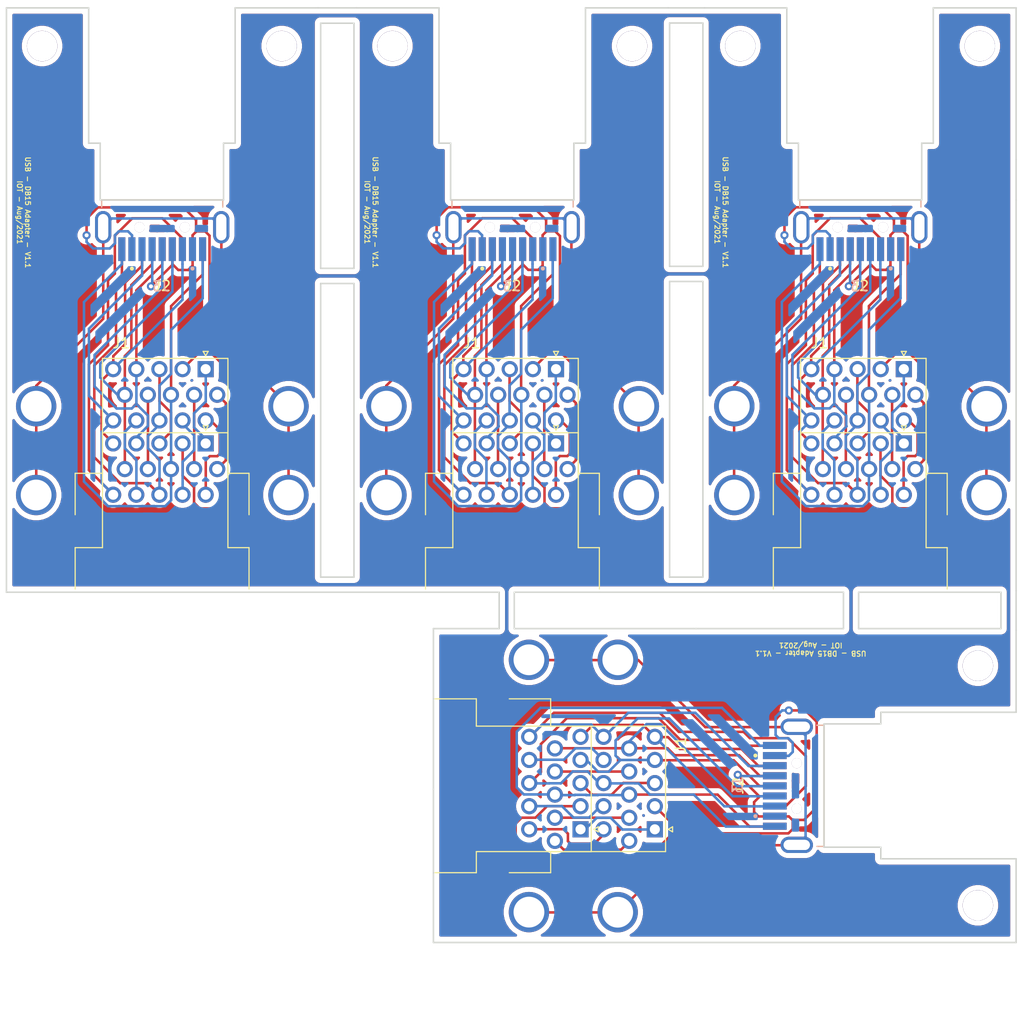
<source format=kicad_pcb>
(kicad_pcb (version 20171130) (host pcbnew 5.1.10-88a1d61d58~90~ubuntu20.04.1)
  (layers (0 F.Cu signal) (31 B.Cu signal) (34 B.Paste user) (35 F.Paste user) (36 B.SilkS user) (37 F.SilkS user) (38 B.Mask user) (39 F.Mask user) (44 Edge.Cuts user))
  (net 0 "")
  (net 1 /0v1)
  (net 2 /-data1)
  (net 3 /-clock1)
  (net 4 /[1])
  (net 5 /[3])
  (net 6 /[4])
  (net 7 /[5])
  (net 8 /[6])
  (net 9 /[7])
  (net 10 /[8])
  (net 11 /[9])
  (net 12 /[10])
  (net 13 /[11])
  (net 14 /[12])
  (net 15 /[14])
  (net 16 "Net-(J1-Pad31)")
  (net 17 "Net-(J2-Pad1)")
  (net 18 "Net-(J3-Pad1)")
  (module A-USB3_A-LP-SMT1:ASSMANN_A-USB3_A-LP-SMT1 (layer F.Cu) (at 160.395 62.745 180)
    (fp_text reference J2 (at 0.005 -5.805) (layer F.SilkS))
    (fp_text value A-USB3_A-LP-SMT1 hide)
    (pad 9 smd rect (at 4 -2.175 180) (size 0.7 2.35) (layers F.Cu F.Paste F.Mask) (net 2 /-data1))
    (pad 1 smd rect (at 3 -2.175 180) (size 0.7 2.35) (layers F.Cu F.Paste F.Mask) (net 17 "Net-(J2-Pad1)"))
    (pad 8 smd rect (at 2 -2.175 180) (size 0.7 2.35) (layers F.Cu F.Paste F.Mask) (net 7 /[5]))
    (pad 2 smd rect (at 1 -2.175 180) (size 0.7 2.35) (layers F.Cu F.Paste F.Mask) (net 12 /[10]))
    (pad 5 smd rect (at -4 -2.175 180) (size 0.7 2.35) (layers F.Cu F.Paste F.Mask) (net 10 /[8]))
    (pad 4 smd rect (at -3 -2.175 180) (size 0.7 2.35) (layers F.Cu F.Paste F.Mask) (net 1 /0v1))
    (pad 6 smd rect (at -2 -2.175 180) (size 0.7 2.35) (layers F.Cu F.Paste F.Mask) (net 3 /-clock1))
    (pad 3 smd rect (at -1 -2.175 180) (size 0.7 2.35) (layers F.Cu F.Paste F.Mask) (net 1 /0v1))
    (pad 7 smd rect (at 0 -2.175 180) (size 0.7 2.35) (layers F.Cu F.Paste F.Mask) (net 6 /[4]))
    (pad S2 thru_hole oval (at 5.85 0 180) (size 1.6 3.2) (drill oval 1 2.6) (layers *.Cu *.Mask) (net 16 "Net-(J1-Pad31)"))
    (pad S1 thru_hole oval (at -5.85 0 180) (size 1.6 3.2) (drill oval 1 2.6) (layers *.Cu *.Mask) (net 16 "Net-(J1-Pad31)"))
    (pad None thru_hole circle (at 2.25 0 180) (size 1 1) (drill 1) (layers *.Cu *.Mask))
    (pad None thru_hole circle (at -2.25 0 180) (size 1 1) (drill 1) (layers *.Cu *.Mask))
  )
  (module A-USB3_A-LP-SMT1:ASSMANN_A-USB3_A-LP-SMT1 (layer B.Cu) (at 160.395 62.745)
    (fp_text reference J3 (at -0.115 5.855 180) (layer B.SilkS) (effects (justify mirror)))
    (fp_text value A-USB3_A-LP-SMT1 hide)
    (pad "" np_thru_hole circle (at -2.25 0) (size 1 1) (drill 1) (layers *.Cu *.Mask))
    (pad None np_thru_hole circle (at 2.25 0) (size 1 1) (drill 1) (layers *.Cu *.Mask))
    (pad S1 thru_hole oval (at -5.85 0) (size 1.6 3.2) (drill oval 1 2.6) (layers *.Cu *.Mask) (net 16 "Net-(J1-Pad31)"))
    (pad S2 thru_hole oval (at 5.85 0) (size 1.6 3.2) (drill oval 1 2.6) (layers *.Cu *.Mask) (net 16 "Net-(J1-Pad31)"))
    (pad 7 smd rect (at 0 2.175) (size 0.7 2.35) (layers B.Cu B.Paste B.Mask) (net 6 /[4]))
    (pad 3 smd rect (at -1 2.175) (size 0.7 2.35) (layers B.Cu B.Paste B.Mask) (net 1 /0v1))
    (pad 6 smd rect (at -2 2.175) (size 0.7 2.35) (layers B.Cu B.Paste B.Mask) (net 3 /-clock1))
    (pad 4 smd rect (at -3 2.175) (size 0.7 2.35) (layers B.Cu B.Paste B.Mask) (net 1 /0v1))
    (pad 5 smd rect (at -4 2.175) (size 0.7 2.35) (layers B.Cu B.Paste B.Mask) (net 10 /[8]))
    (pad 2 smd rect (at 1 2.175) (size 0.7 2.35) (layers B.Cu B.Paste B.Mask) (net 12 /[10]))
    (pad 8 smd rect (at 2 2.175) (size 0.7 2.35) (layers B.Cu B.Paste B.Mask) (net 7 /[5]))
    (pad 1 smd rect (at 3 2.175) (size 0.7 2.35) (layers B.Cu B.Paste B.Mask) (net 18 "Net-(J3-Pad1)"))
    (pad 9 smd rect (at 4 2.175) (size 0.7 2.35) (layers B.Cu B.Paste B.Mask) (net 2 /-data1))
  )
  (module kl25z:DSUB-15-HD_F_D (layer F.Cu) (at 164.7 84.16)
    (fp_text reference J1 (at -8.36 -9.93 180) (layer F.SilkS))
    (fp_text value Conn_01x34)
    (pad 31 thru_hole circle (at -16.79 -3.69) (size 4 4) (drill 3.05) (layers *.Cu *.Mask) (net 16 "Net-(J1-Pad31)"))
    (pad 32 thru_hole circle (at -16.79 5.11) (size 4 4) (drill 3.05) (layers *.Cu *.Mask) (net 16 "Net-(J1-Pad31)"))
    (pad 34 thru_hole circle (at 8.21 -3.68) (size 4 4) (drill 3.05) (layers *.Cu *.Mask) (net 16 "Net-(J1-Pad31)"))
    (pad 33 thru_hole circle (at 8.2 5.11) (size 4 4) (drill 3.05) (layers *.Cu *.Mask) (net 16 "Net-(J1-Pad31)"))
    (pad 5 thru_hole circle (at -9.16 -7.36) (size 1.6 1.6) (drill 1) (layers *.Cu *.Mask) (net 7 /[5]))
    (pad 10 thru_hole circle (at -8.015 -4.82) (size 1.6 1.6) (drill 1) (layers *.Cu *.Mask) (net 12 /[10]))
    (pad 14 thru_hole circle (at -6.87 -2.28) (size 1.6 1.6) (drill 1) (layers *.Cu *.Mask) (net 15 /[14]))
    (pad 13 thru_hole circle (at -4.58 -2.28) (size 1.6 1.6) (drill 1) (layers *.Cu *.Mask) (net 2 /-data1))
    (pad 1 thru_hole rect (at 0 -7.36) (size 1.6 1.6) (drill 1) (layers *.Cu *.Mask) (net 4 /[1]))
    (pad 11 thru_hole circle (at 0 -2.28) (size 1.6 1.6) (drill 1) (layers *.Cu *.Mask) (net 13 /[11]))
    (pad 7 thru_hole circle (at -1.145 -4.82) (size 1.6 1.6) (drill 1) (layers *.Cu *.Mask) (net 9 /[7]))
    (pad 8 thru_hole circle (at -3.435 -4.82) (size 1.6 1.6) (drill 1) (layers *.Cu *.Mask) (net 10 /[8]))
    (pad 4 thru_hole circle (at -6.87 -7.36) (size 1.6 1.6) (drill 1) (layers *.Cu *.Mask) (net 6 /[4]))
    (pad 15 thru_hole circle (at -9.16 -2.28) (size 1.6 1.6) (drill 1) (layers *.Cu *.Mask) (net 3 /-clock1))
    (pad 6 thru_hole circle (at 1.145 -4.82) (size 1.6 1.6) (drill 1) (layers *.Cu *.Mask) (net 8 /[6]))
    (pad 9 thru_hole circle (at -5.725 -4.82) (size 1.6 1.6) (drill 1) (layers *.Cu *.Mask) (net 11 /[9]))
    (pad 3 thru_hole circle (at -4.58 -7.36) (size 1.6 1.6) (drill 1) (layers *.Cu *.Mask) (net 5 /[3]))
    (pad 12 thru_hole circle (at -2.29 -2.28) (size 1.6 1.6) (drill 1) (layers *.Cu *.Mask) (net 14 /[12]))
    (pad 2 thru_hole circle (at -2.29 -7.36) (size 1.6 1.6) (drill 1) (layers *.Cu *.Mask) (net 1 /0v1))
    (pad 30 thru_hole circle (at -9.16 5.08) (size 1.6 1.6) (drill 1) (layers *.Cu *.Mask) (net 3 /-clock1))
    (pad 29 thru_hole circle (at -6.87 5.08) (size 1.6 1.6) (drill 1) (layers *.Cu *.Mask) (net 15 /[14]))
    (pad 28 thru_hole circle (at -4.58 5.08) (size 1.6 1.6) (drill 1) (layers *.Cu *.Mask) (net 2 /-data1))
    (pad 27 thru_hole circle (at -2.29 5.08) (size 1.6 1.6) (drill 1) (layers *.Cu *.Mask) (net 14 /[12]))
    (pad 26 thru_hole circle (at 0 5.08) (size 1.6 1.6) (drill 1) (layers *.Cu *.Mask) (net 13 /[11]))
    (pad 25 thru_hole circle (at -8.015 2.54) (size 1.6 1.6) (drill 1) (layers *.Cu *.Mask) (net 12 /[10]))
    (pad 24 thru_hole circle (at -5.725 2.54) (size 1.6 1.6) (drill 1) (layers *.Cu *.Mask) (net 11 /[9]))
    (pad 23 thru_hole circle (at -3.435 2.54) (size 1.6 1.6) (drill 1) (layers *.Cu *.Mask) (net 10 /[8]))
    (pad 22 thru_hole circle (at -1.145 2.54) (size 1.6 1.6) (drill 1) (layers *.Cu *.Mask) (net 9 /[7]))
    (pad 21 thru_hole circle (at 1.145 2.54) (size 1.6 1.6) (drill 1) (layers *.Cu *.Mask) (net 8 /[6]))
    (pad 20 thru_hole circle (at -9.16 0) (size 1.6 1.6) (drill 1) (layers *.Cu *.Mask) (net 7 /[5]))
    (pad 19 thru_hole circle (at -6.87 0) (size 1.6 1.6) (drill 1) (layers *.Cu *.Mask) (net 6 /[4]))
    (pad 18 thru_hole circle (at -4.58 0) (size 1.6 1.6) (drill 1) (layers *.Cu *.Mask) (net 5 /[3]))
    (pad 17 thru_hole circle (at -2.29 0) (size 1.6 1.6) (drill 1) (layers *.Cu *.Mask) (net 1 /0v1))
    (pad 16 thru_hole rect (at 0 0) (size 1.6 1.6) (drill 1) (layers *.Cu *.Mask) (net 4 /[1]))
  )
  (module A-USB3_A-LP-SMT1:ASSMANN_A-USB3_A-LP-SMT1 (layer F.Cu) (at 188.545 118.075 90)
    (fp_text reference J2 (at 0.005 -5.805 90) (layer F.SilkS))
    (fp_text value A-USB3_A-LP-SMT1 hide)
    (pad None thru_hole circle (at -2.25 0 90) (size 1 1) (drill 1) (layers *.Cu *.Mask))
    (pad None thru_hole circle (at 2.25 0 90) (size 1 1) (drill 1) (layers *.Cu *.Mask))
    (pad S1 thru_hole oval (at -5.85 0 90) (size 1.6 3.2) (drill oval 1 2.6) (layers *.Cu *.Mask) (net 16 "Net-(J1-Pad31)"))
    (pad S2 thru_hole oval (at 5.85 0 90) (size 1.6 3.2) (drill oval 1 2.6) (layers *.Cu *.Mask) (net 16 "Net-(J1-Pad31)"))
    (pad 7 smd rect (at 0 -2.175 90) (size 0.7 2.35) (layers F.Cu F.Paste F.Mask) (net 6 /[4]))
    (pad 3 smd rect (at -1 -2.175 90) (size 0.7 2.35) (layers F.Cu F.Paste F.Mask) (net 1 /0v1))
    (pad 6 smd rect (at -2 -2.175 90) (size 0.7 2.35) (layers F.Cu F.Paste F.Mask) (net 3 /-clock1))
    (pad 4 smd rect (at -3 -2.175 90) (size 0.7 2.35) (layers F.Cu F.Paste F.Mask) (net 1 /0v1))
    (pad 5 smd rect (at -4 -2.175 90) (size 0.7 2.35) (layers F.Cu F.Paste F.Mask) (net 10 /[8]))
    (pad 2 smd rect (at 1 -2.175 90) (size 0.7 2.35) (layers F.Cu F.Paste F.Mask) (net 12 /[10]))
    (pad 8 smd rect (at 2 -2.175 90) (size 0.7 2.35) (layers F.Cu F.Paste F.Mask) (net 7 /[5]))
    (pad 1 smd rect (at 3 -2.175 90) (size 0.7 2.35) (layers F.Cu F.Paste F.Mask) (net 17 "Net-(J2-Pad1)"))
    (pad 9 smd rect (at 4 -2.175 90) (size 0.7 2.35) (layers F.Cu F.Paste F.Mask) (net 2 /-data1))
  )
  (module A-USB3_A-LP-SMT1:ASSMANN_A-USB3_A-LP-SMT1 (layer B.Cu) (at 188.545 118.075 270)
    (fp_text reference J3 (at -0.115 5.855 270) (layer B.SilkS) (effects (justify mirror)))
    (fp_text value A-USB3_A-LP-SMT1 hide)
    (pad 9 smd rect (at 4 2.175 270) (size 0.7 2.35) (layers B.Cu B.Paste B.Mask) (net 2 /-data1))
    (pad 1 smd rect (at 3 2.175 270) (size 0.7 2.35) (layers B.Cu B.Paste B.Mask) (net 18 "Net-(J3-Pad1)"))
    (pad 8 smd rect (at 2 2.175 270) (size 0.7 2.35) (layers B.Cu B.Paste B.Mask) (net 7 /[5]))
    (pad 2 smd rect (at 1 2.175 270) (size 0.7 2.35) (layers B.Cu B.Paste B.Mask) (net 12 /[10]))
    (pad 5 smd rect (at -4 2.175 270) (size 0.7 2.35) (layers B.Cu B.Paste B.Mask) (net 10 /[8]))
    (pad 4 smd rect (at -3 2.175 270) (size 0.7 2.35) (layers B.Cu B.Paste B.Mask) (net 1 /0v1))
    (pad 6 smd rect (at -2 2.175 270) (size 0.7 2.35) (layers B.Cu B.Paste B.Mask) (net 3 /-clock1))
    (pad 3 smd rect (at -1 2.175 270) (size 0.7 2.35) (layers B.Cu B.Paste B.Mask) (net 1 /0v1))
    (pad 7 smd rect (at 0 2.175 270) (size 0.7 2.35) (layers B.Cu B.Paste B.Mask) (net 6 /[4]))
    (pad S2 thru_hole oval (at 5.85 0 270) (size 1.6 3.2) (drill oval 1 2.6) (layers *.Cu *.Mask) (net 16 "Net-(J1-Pad31)"))
    (pad S1 thru_hole oval (at -5.85 0 270) (size 1.6 3.2) (drill oval 1 2.6) (layers *.Cu *.Mask) (net 16 "Net-(J1-Pad31)"))
    (pad None np_thru_hole circle (at 2.25 0 270) (size 1 1) (drill 1) (layers *.Cu *.Mask))
    (pad "" np_thru_hole circle (at -2.25 0 270) (size 1 1) (drill 1) (layers *.Cu *.Mask))
  )
  (module kl25z:DSUB-15-HD_F_D (layer F.Cu) (at 167.13 122.38 270)
    (fp_text reference J1 (at -8.36 -9.93 270) (layer F.SilkS))
    (fp_text value Conn_01x34)
    (pad 16 thru_hole rect (at 0 0 270) (size 1.6 1.6) (drill 1) (layers *.Cu *.Mask) (net 4 /[1]))
    (pad 17 thru_hole circle (at -2.29 0 270) (size 1.6 1.6) (drill 1) (layers *.Cu *.Mask) (net 1 /0v1))
    (pad 18 thru_hole circle (at -4.58 0 270) (size 1.6 1.6) (drill 1) (layers *.Cu *.Mask) (net 5 /[3]))
    (pad 19 thru_hole circle (at -6.87 0 270) (size 1.6 1.6) (drill 1) (layers *.Cu *.Mask) (net 6 /[4]))
    (pad 20 thru_hole circle (at -9.16 0 270) (size 1.6 1.6) (drill 1) (layers *.Cu *.Mask) (net 7 /[5]))
    (pad 21 thru_hole circle (at 1.145 2.54 270) (size 1.6 1.6) (drill 1) (layers *.Cu *.Mask) (net 8 /[6]))
    (pad 22 thru_hole circle (at -1.145 2.54 270) (size 1.6 1.6) (drill 1) (layers *.Cu *.Mask) (net 9 /[7]))
    (pad 23 thru_hole circle (at -3.435 2.54 270) (size 1.6 1.6) (drill 1) (layers *.Cu *.Mask) (net 10 /[8]))
    (pad 24 thru_hole circle (at -5.725 2.54 270) (size 1.6 1.6) (drill 1) (layers *.Cu *.Mask) (net 11 /[9]))
    (pad 25 thru_hole circle (at -8.015 2.54 270) (size 1.6 1.6) (drill 1) (layers *.Cu *.Mask) (net 12 /[10]))
    (pad 26 thru_hole circle (at 0 5.08 270) (size 1.6 1.6) (drill 1) (layers *.Cu *.Mask) (net 13 /[11]))
    (pad 27 thru_hole circle (at -2.29 5.08 270) (size 1.6 1.6) (drill 1) (layers *.Cu *.Mask) (net 14 /[12]))
    (pad 28 thru_hole circle (at -4.58 5.08 270) (size 1.6 1.6) (drill 1) (layers *.Cu *.Mask) (net 2 /-data1))
    (pad 29 thru_hole circle (at -6.87 5.08 270) (size 1.6 1.6) (drill 1) (layers *.Cu *.Mask) (net 15 /[14]))
    (pad 30 thru_hole circle (at -9.16 5.08 270) (size 1.6 1.6) (drill 1) (layers *.Cu *.Mask) (net 3 /-clock1))
    (pad 2 thru_hole circle (at -2.29 -7.36 270) (size 1.6 1.6) (drill 1) (layers *.Cu *.Mask) (net 1 /0v1))
    (pad 12 thru_hole circle (at -2.29 -2.28 270) (size 1.6 1.6) (drill 1) (layers *.Cu *.Mask) (net 14 /[12]))
    (pad 3 thru_hole circle (at -4.58 -7.36 270) (size 1.6 1.6) (drill 1) (layers *.Cu *.Mask) (net 5 /[3]))
    (pad 9 thru_hole circle (at -5.725 -4.82 270) (size 1.6 1.6) (drill 1) (layers *.Cu *.Mask) (net 11 /[9]))
    (pad 6 thru_hole circle (at 1.145 -4.82 270) (size 1.6 1.6) (drill 1) (layers *.Cu *.Mask) (net 8 /[6]))
    (pad 15 thru_hole circle (at -9.16 -2.28 270) (size 1.6 1.6) (drill 1) (layers *.Cu *.Mask) (net 3 /-clock1))
    (pad 4 thru_hole circle (at -6.87 -7.36 270) (size 1.6 1.6) (drill 1) (layers *.Cu *.Mask) (net 6 /[4]))
    (pad 8 thru_hole circle (at -3.435 -4.82 270) (size 1.6 1.6) (drill 1) (layers *.Cu *.Mask) (net 10 /[8]))
    (pad 7 thru_hole circle (at -1.145 -4.82 270) (size 1.6 1.6) (drill 1) (layers *.Cu *.Mask) (net 9 /[7]))
    (pad 11 thru_hole circle (at 0 -2.28 270) (size 1.6 1.6) (drill 1) (layers *.Cu *.Mask) (net 13 /[11]))
    (pad 1 thru_hole rect (at 0 -7.36 270) (size 1.6 1.6) (drill 1) (layers *.Cu *.Mask) (net 4 /[1]))
    (pad 13 thru_hole circle (at -4.58 -2.28 270) (size 1.6 1.6) (drill 1) (layers *.Cu *.Mask) (net 2 /-data1))
    (pad 14 thru_hole circle (at -6.87 -2.28 270) (size 1.6 1.6) (drill 1) (layers *.Cu *.Mask) (net 15 /[14]))
    (pad 10 thru_hole circle (at -8.015 -4.82 270) (size 1.6 1.6) (drill 1) (layers *.Cu *.Mask) (net 12 /[10]))
    (pad 5 thru_hole circle (at -9.16 -7.36 270) (size 1.6 1.6) (drill 1) (layers *.Cu *.Mask) (net 7 /[5]))
    (pad 33 thru_hole circle (at 8.2 5.11 270) (size 4 4) (drill 3.05) (layers *.Cu *.Mask) (net 16 "Net-(J1-Pad31)"))
    (pad 34 thru_hole circle (at 8.21 -3.68 270) (size 4 4) (drill 3.05) (layers *.Cu *.Mask) (net 16 "Net-(J1-Pad31)"))
    (pad 32 thru_hole circle (at -16.79 5.11 270) (size 4 4) (drill 3.05) (layers *.Cu *.Mask) (net 16 "Net-(J1-Pad31)"))
    (pad 31 thru_hole circle (at -16.79 -3.69 270) (size 4 4) (drill 3.05) (layers *.Cu *.Mask) (net 16 "Net-(J1-Pad31)"))
  )
  (module A-USB3_A-LP-SMT1:ASSMANN_A-USB3_A-LP-SMT1 (layer F.Cu) (at 194.845 62.745 180)
    (fp_text reference J2 (at 0.005 -5.805) (layer F.SilkS))
    (fp_text value A-USB3_A-LP-SMT1 hide)
    (pad 9 smd rect (at 4 -2.175 180) (size 0.7 2.35) (layers F.Cu F.Paste F.Mask) (net 2 /-data1))
    (pad 1 smd rect (at 3 -2.175 180) (size 0.7 2.35) (layers F.Cu F.Paste F.Mask) (net 17 "Net-(J2-Pad1)"))
    (pad 8 smd rect (at 2 -2.175 180) (size 0.7 2.35) (layers F.Cu F.Paste F.Mask) (net 7 /[5]))
    (pad 2 smd rect (at 1 -2.175 180) (size 0.7 2.35) (layers F.Cu F.Paste F.Mask) (net 12 /[10]))
    (pad 5 smd rect (at -4 -2.175 180) (size 0.7 2.35) (layers F.Cu F.Paste F.Mask) (net 10 /[8]))
    (pad 4 smd rect (at -3 -2.175 180) (size 0.7 2.35) (layers F.Cu F.Paste F.Mask) (net 1 /0v1))
    (pad 6 smd rect (at -2 -2.175 180) (size 0.7 2.35) (layers F.Cu F.Paste F.Mask) (net 3 /-clock1))
    (pad 3 smd rect (at -1 -2.175 180) (size 0.7 2.35) (layers F.Cu F.Paste F.Mask) (net 1 /0v1))
    (pad 7 smd rect (at 0 -2.175 180) (size 0.7 2.35) (layers F.Cu F.Paste F.Mask) (net 6 /[4]))
    (pad S2 thru_hole oval (at 5.85 0 180) (size 1.6 3.2) (drill oval 1 2.6) (layers *.Cu *.Mask) (net 16 "Net-(J1-Pad31)"))
    (pad S1 thru_hole oval (at -5.85 0 180) (size 1.6 3.2) (drill oval 1 2.6) (layers *.Cu *.Mask) (net 16 "Net-(J1-Pad31)"))
    (pad None thru_hole circle (at 2.25 0 180) (size 1 1) (drill 1) (layers *.Cu *.Mask))
    (pad None thru_hole circle (at -2.25 0 180) (size 1 1) (drill 1) (layers *.Cu *.Mask))
  )
  (module A-USB3_A-LP-SMT1:ASSMANN_A-USB3_A-LP-SMT1 (layer B.Cu) (at 194.845 62.745)
    (fp_text reference J3 (at -0.115 5.855 180) (layer B.SilkS) (effects (justify mirror)))
    (fp_text value A-USB3_A-LP-SMT1 hide)
    (pad "" np_thru_hole circle (at -2.25 0) (size 1 1) (drill 1) (layers *.Cu *.Mask))
    (pad None np_thru_hole circle (at 2.25 0) (size 1 1) (drill 1) (layers *.Cu *.Mask))
    (pad S1 thru_hole oval (at -5.85 0) (size 1.6 3.2) (drill oval 1 2.6) (layers *.Cu *.Mask) (net 16 "Net-(J1-Pad31)"))
    (pad S2 thru_hole oval (at 5.85 0) (size 1.6 3.2) (drill oval 1 2.6) (layers *.Cu *.Mask) (net 16 "Net-(J1-Pad31)"))
    (pad 7 smd rect (at 0 2.175) (size 0.7 2.35) (layers B.Cu B.Paste B.Mask) (net 6 /[4]))
    (pad 3 smd rect (at -1 2.175) (size 0.7 2.35) (layers B.Cu B.Paste B.Mask) (net 1 /0v1))
    (pad 6 smd rect (at -2 2.175) (size 0.7 2.35) (layers B.Cu B.Paste B.Mask) (net 3 /-clock1))
    (pad 4 smd rect (at -3 2.175) (size 0.7 2.35) (layers B.Cu B.Paste B.Mask) (net 1 /0v1))
    (pad 5 smd rect (at -4 2.175) (size 0.7 2.35) (layers B.Cu B.Paste B.Mask) (net 10 /[8]))
    (pad 2 smd rect (at 1 2.175) (size 0.7 2.35) (layers B.Cu B.Paste B.Mask) (net 12 /[10]))
    (pad 8 smd rect (at 2 2.175) (size 0.7 2.35) (layers B.Cu B.Paste B.Mask) (net 7 /[5]))
    (pad 1 smd rect (at 3 2.175) (size 0.7 2.35) (layers B.Cu B.Paste B.Mask) (net 18 "Net-(J3-Pad1)"))
    (pad 9 smd rect (at 4 2.175) (size 0.7 2.35) (layers B.Cu B.Paste B.Mask) (net 2 /-data1))
  )
  (module kl25z:DSUB-15-HD_F_D (layer F.Cu) (at 199.15 84.16)
    (fp_text reference J1 (at -8.36 -9.93 180) (layer F.SilkS))
    (fp_text value Conn_01x34)
    (pad 31 thru_hole circle (at -16.79 -3.69) (size 4 4) (drill 3.05) (layers *.Cu *.Mask) (net 16 "Net-(J1-Pad31)"))
    (pad 32 thru_hole circle (at -16.79 5.11) (size 4 4) (drill 3.05) (layers *.Cu *.Mask) (net 16 "Net-(J1-Pad31)"))
    (pad 34 thru_hole circle (at 8.21 -3.68) (size 4 4) (drill 3.05) (layers *.Cu *.Mask) (net 16 "Net-(J1-Pad31)"))
    (pad 33 thru_hole circle (at 8.2 5.11) (size 4 4) (drill 3.05) (layers *.Cu *.Mask) (net 16 "Net-(J1-Pad31)"))
    (pad 5 thru_hole circle (at -9.16 -7.36) (size 1.6 1.6) (drill 1) (layers *.Cu *.Mask) (net 7 /[5]))
    (pad 10 thru_hole circle (at -8.015 -4.82) (size 1.6 1.6) (drill 1) (layers *.Cu *.Mask) (net 12 /[10]))
    (pad 14 thru_hole circle (at -6.87 -2.28) (size 1.6 1.6) (drill 1) (layers *.Cu *.Mask) (net 15 /[14]))
    (pad 13 thru_hole circle (at -4.58 -2.28) (size 1.6 1.6) (drill 1) (layers *.Cu *.Mask) (net 2 /-data1))
    (pad 1 thru_hole rect (at 0 -7.36) (size 1.6 1.6) (drill 1) (layers *.Cu *.Mask) (net 4 /[1]))
    (pad 11 thru_hole circle (at 0 -2.28) (size 1.6 1.6) (drill 1) (layers *.Cu *.Mask) (net 13 /[11]))
    (pad 7 thru_hole circle (at -1.145 -4.82) (size 1.6 1.6) (drill 1) (layers *.Cu *.Mask) (net 9 /[7]))
    (pad 8 thru_hole circle (at -3.435 -4.82) (size 1.6 1.6) (drill 1) (layers *.Cu *.Mask) (net 10 /[8]))
    (pad 4 thru_hole circle (at -6.87 -7.36) (size 1.6 1.6) (drill 1) (layers *.Cu *.Mask) (net 6 /[4]))
    (pad 15 thru_hole circle (at -9.16 -2.28) (size 1.6 1.6) (drill 1) (layers *.Cu *.Mask) (net 3 /-clock1))
    (pad 6 thru_hole circle (at 1.145 -4.82) (size 1.6 1.6) (drill 1) (layers *.Cu *.Mask) (net 8 /[6]))
    (pad 9 thru_hole circle (at -5.725 -4.82) (size 1.6 1.6) (drill 1) (layers *.Cu *.Mask) (net 11 /[9]))
    (pad 3 thru_hole circle (at -4.58 -7.36) (size 1.6 1.6) (drill 1) (layers *.Cu *.Mask) (net 5 /[3]))
    (pad 12 thru_hole circle (at -2.29 -2.28) (size 1.6 1.6) (drill 1) (layers *.Cu *.Mask) (net 14 /[12]))
    (pad 2 thru_hole circle (at -2.29 -7.36) (size 1.6 1.6) (drill 1) (layers *.Cu *.Mask) (net 1 /0v1))
    (pad 30 thru_hole circle (at -9.16 5.08) (size 1.6 1.6) (drill 1) (layers *.Cu *.Mask) (net 3 /-clock1))
    (pad 29 thru_hole circle (at -6.87 5.08) (size 1.6 1.6) (drill 1) (layers *.Cu *.Mask) (net 15 /[14]))
    (pad 28 thru_hole circle (at -4.58 5.08) (size 1.6 1.6) (drill 1) (layers *.Cu *.Mask) (net 2 /-data1))
    (pad 27 thru_hole circle (at -2.29 5.08) (size 1.6 1.6) (drill 1) (layers *.Cu *.Mask) (net 14 /[12]))
    (pad 26 thru_hole circle (at 0 5.08) (size 1.6 1.6) (drill 1) (layers *.Cu *.Mask) (net 13 /[11]))
    (pad 25 thru_hole circle (at -8.015 2.54) (size 1.6 1.6) (drill 1) (layers *.Cu *.Mask) (net 12 /[10]))
    (pad 24 thru_hole circle (at -5.725 2.54) (size 1.6 1.6) (drill 1) (layers *.Cu *.Mask) (net 11 /[9]))
    (pad 23 thru_hole circle (at -3.435 2.54) (size 1.6 1.6) (drill 1) (layers *.Cu *.Mask) (net 10 /[8]))
    (pad 22 thru_hole circle (at -1.145 2.54) (size 1.6 1.6) (drill 1) (layers *.Cu *.Mask) (net 9 /[7]))
    (pad 21 thru_hole circle (at 1.145 2.54) (size 1.6 1.6) (drill 1) (layers *.Cu *.Mask) (net 8 /[6]))
    (pad 20 thru_hole circle (at -9.16 0) (size 1.6 1.6) (drill 1) (layers *.Cu *.Mask) (net 7 /[5]))
    (pad 19 thru_hole circle (at -6.87 0) (size 1.6 1.6) (drill 1) (layers *.Cu *.Mask) (net 6 /[4]))
    (pad 18 thru_hole circle (at -4.58 0) (size 1.6 1.6) (drill 1) (layers *.Cu *.Mask) (net 5 /[3]))
    (pad 17 thru_hole circle (at -2.29 0) (size 1.6 1.6) (drill 1) (layers *.Cu *.Mask) (net 1 /0v1))
    (pad 16 thru_hole rect (at 0 0) (size 1.6 1.6) (drill 1) (layers *.Cu *.Mask) (net 4 /[1]))
  )
  (module A-USB3_A-LP-SMT1:ASSMANN_A-USB3_A-LP-SMT1 (layer F.Cu) (at 125.695 62.745 180)
    (fp_text reference J2 (at 0.005 -5.805) (layer F.SilkS))
    (fp_text value A-USB3_A-LP-SMT1 hide)
    (pad None thru_hole circle (at -2.25 0 180) (size 1 1) (drill 1) (layers *.Cu *.Mask))
    (pad None thru_hole circle (at 2.25 0 180) (size 1 1) (drill 1) (layers *.Cu *.Mask))
    (pad S1 thru_hole oval (at -5.85 0 180) (size 1.6 3.2) (drill oval 1 2.6) (layers *.Cu *.Mask) (net 16 "Net-(J1-Pad31)"))
    (pad S2 thru_hole oval (at 5.85 0 180) (size 1.6 3.2) (drill oval 1 2.6) (layers *.Cu *.Mask) (net 16 "Net-(J1-Pad31)"))
    (pad 7 smd rect (at 0 -2.175 180) (size 0.7 2.35) (layers F.Cu F.Paste F.Mask) (net 6 /[4]))
    (pad 3 smd rect (at -1 -2.175 180) (size 0.7 2.35) (layers F.Cu F.Paste F.Mask) (net 1 /0v1))
    (pad 6 smd rect (at -2 -2.175 180) (size 0.7 2.35) (layers F.Cu F.Paste F.Mask) (net 3 /-clock1))
    (pad 4 smd rect (at -3 -2.175 180) (size 0.7 2.35) (layers F.Cu F.Paste F.Mask) (net 1 /0v1))
    (pad 5 smd rect (at -4 -2.175 180) (size 0.7 2.35) (layers F.Cu F.Paste F.Mask) (net 10 /[8]))
    (pad 2 smd rect (at 1 -2.175 180) (size 0.7 2.35) (layers F.Cu F.Paste F.Mask) (net 12 /[10]))
    (pad 8 smd rect (at 2 -2.175 180) (size 0.7 2.35) (layers F.Cu F.Paste F.Mask) (net 7 /[5]))
    (pad 1 smd rect (at 3 -2.175 180) (size 0.7 2.35) (layers F.Cu F.Paste F.Mask) (net 17 "Net-(J2-Pad1)"))
    (pad 9 smd rect (at 4 -2.175 180) (size 0.7 2.35) (layers F.Cu F.Paste F.Mask) (net 2 /-data1))
  )
  (module A-USB3_A-LP-SMT1:ASSMANN_A-USB3_A-LP-SMT1 (layer B.Cu) (at 125.695 62.745)
    (fp_text reference J3 (at -0.115 5.855 180) (layer B.SilkS) (effects (justify mirror)))
    (fp_text value A-USB3_A-LP-SMT1 hide)
    (pad 9 smd rect (at 4 2.175) (size 0.7 2.35) (layers B.Cu B.Paste B.Mask) (net 2 /-data1))
    (pad 1 smd rect (at 3 2.175) (size 0.7 2.35) (layers B.Cu B.Paste B.Mask) (net 18 "Net-(J3-Pad1)"))
    (pad 8 smd rect (at 2 2.175) (size 0.7 2.35) (layers B.Cu B.Paste B.Mask) (net 7 /[5]))
    (pad 2 smd rect (at 1 2.175) (size 0.7 2.35) (layers B.Cu B.Paste B.Mask) (net 12 /[10]))
    (pad 5 smd rect (at -4 2.175) (size 0.7 2.35) (layers B.Cu B.Paste B.Mask) (net 10 /[8]))
    (pad 4 smd rect (at -3 2.175) (size 0.7 2.35) (layers B.Cu B.Paste B.Mask) (net 1 /0v1))
    (pad 6 smd rect (at -2 2.175) (size 0.7 2.35) (layers B.Cu B.Paste B.Mask) (net 3 /-clock1))
    (pad 3 smd rect (at -1 2.175) (size 0.7 2.35) (layers B.Cu B.Paste B.Mask) (net 1 /0v1))
    (pad 7 smd rect (at 0 2.175) (size 0.7 2.35) (layers B.Cu B.Paste B.Mask) (net 6 /[4]))
    (pad S2 thru_hole oval (at 5.85 0) (size 1.6 3.2) (drill oval 1 2.6) (layers *.Cu *.Mask) (net 16 "Net-(J1-Pad31)"))
    (pad S1 thru_hole oval (at -5.85 0) (size 1.6 3.2) (drill oval 1 2.6) (layers *.Cu *.Mask) (net 16 "Net-(J1-Pad31)"))
    (pad None np_thru_hole circle (at 2.25 0) (size 1 1) (drill 1) (layers *.Cu *.Mask))
    (pad "" np_thru_hole circle (at -2.25 0) (size 1 1) (drill 1) (layers *.Cu *.Mask))
  )
  (module kl25z:DSUB-15-HD_F_D (layer F.Cu) (at 130 84.16)
    (fp_text reference J1 (at -8.36 -9.93 180) (layer F.SilkS))
    (fp_text value Conn_01x34)
    (pad 16 thru_hole rect (at 0 0) (size 1.6 1.6) (drill 1) (layers *.Cu *.Mask) (net 4 /[1]))
    (pad 17 thru_hole circle (at -2.29 0) (size 1.6 1.6) (drill 1) (layers *.Cu *.Mask) (net 1 /0v1))
    (pad 18 thru_hole circle (at -4.58 0) (size 1.6 1.6) (drill 1) (layers *.Cu *.Mask) (net 5 /[3]))
    (pad 19 thru_hole circle (at -6.87 0) (size 1.6 1.6) (drill 1) (layers *.Cu *.Mask) (net 6 /[4]))
    (pad 20 thru_hole circle (at -9.16 0) (size 1.6 1.6) (drill 1) (layers *.Cu *.Mask) (net 7 /[5]))
    (pad 21 thru_hole circle (at 1.145 2.54) (size 1.6 1.6) (drill 1) (layers *.Cu *.Mask) (net 8 /[6]))
    (pad 22 thru_hole circle (at -1.145 2.54) (size 1.6 1.6) (drill 1) (layers *.Cu *.Mask) (net 9 /[7]))
    (pad 23 thru_hole circle (at -3.435 2.54) (size 1.6 1.6) (drill 1) (layers *.Cu *.Mask) (net 10 /[8]))
    (pad 24 thru_hole circle (at -5.725 2.54) (size 1.6 1.6) (drill 1) (layers *.Cu *.Mask) (net 11 /[9]))
    (pad 25 thru_hole circle (at -8.015 2.54) (size 1.6 1.6) (drill 1) (layers *.Cu *.Mask) (net 12 /[10]))
    (pad 26 thru_hole circle (at 0 5.08) (size 1.6 1.6) (drill 1) (layers *.Cu *.Mask) (net 13 /[11]))
    (pad 27 thru_hole circle (at -2.29 5.08) (size 1.6 1.6) (drill 1) (layers *.Cu *.Mask) (net 14 /[12]))
    (pad 28 thru_hole circle (at -4.58 5.08) (size 1.6 1.6) (drill 1) (layers *.Cu *.Mask) (net 2 /-data1))
    (pad 29 thru_hole circle (at -6.87 5.08) (size 1.6 1.6) (drill 1) (layers *.Cu *.Mask) (net 15 /[14]))
    (pad 30 thru_hole circle (at -9.16 5.08) (size 1.6 1.6) (drill 1) (layers *.Cu *.Mask) (net 3 /-clock1))
    (pad 2 thru_hole circle (at -2.29 -7.36) (size 1.6 1.6) (drill 1) (layers *.Cu *.Mask) (net 1 /0v1))
    (pad 12 thru_hole circle (at -2.29 -2.28) (size 1.6 1.6) (drill 1) (layers *.Cu *.Mask) (net 14 /[12]))
    (pad 3 thru_hole circle (at -4.58 -7.36) (size 1.6 1.6) (drill 1) (layers *.Cu *.Mask) (net 5 /[3]))
    (pad 9 thru_hole circle (at -5.725 -4.82) (size 1.6 1.6) (drill 1) (layers *.Cu *.Mask) (net 11 /[9]))
    (pad 6 thru_hole circle (at 1.145 -4.82) (size 1.6 1.6) (drill 1) (layers *.Cu *.Mask) (net 8 /[6]))
    (pad 15 thru_hole circle (at -9.16 -2.28) (size 1.6 1.6) (drill 1) (layers *.Cu *.Mask) (net 3 /-clock1))
    (pad 4 thru_hole circle (at -6.87 -7.36) (size 1.6 1.6) (drill 1) (layers *.Cu *.Mask) (net 6 /[4]))
    (pad 8 thru_hole circle (at -3.435 -4.82) (size 1.6 1.6) (drill 1) (layers *.Cu *.Mask) (net 10 /[8]))
    (pad 7 thru_hole circle (at -1.145 -4.82) (size 1.6 1.6) (drill 1) (layers *.Cu *.Mask) (net 9 /[7]))
    (pad 11 thru_hole circle (at 0 -2.28) (size 1.6 1.6) (drill 1) (layers *.Cu *.Mask) (net 13 /[11]))
    (pad 1 thru_hole rect (at 0 -7.36) (size 1.6 1.6) (drill 1) (layers *.Cu *.Mask) (net 4 /[1]))
    (pad 13 thru_hole circle (at -4.58 -2.28) (size 1.6 1.6) (drill 1) (layers *.Cu *.Mask) (net 2 /-data1))
    (pad 14 thru_hole circle (at -6.87 -2.28) (size 1.6 1.6) (drill 1) (layers *.Cu *.Mask) (net 15 /[14]))
    (pad 10 thru_hole circle (at -8.015 -4.82) (size 1.6 1.6) (drill 1) (layers *.Cu *.Mask) (net 12 /[10]))
    (pad 5 thru_hole circle (at -9.16 -7.36) (size 1.6 1.6) (drill 1) (layers *.Cu *.Mask) (net 7 /[5]))
    (pad 33 thru_hole circle (at 8.2 5.11) (size 4 4) (drill 3.05) (layers *.Cu *.Mask) (net 16 "Net-(J1-Pad31)"))
    (pad 34 thru_hole circle (at 8.21 -3.68) (size 4 4) (drill 3.05) (layers *.Cu *.Mask) (net 16 "Net-(J1-Pad31)"))
    (pad 32 thru_hole circle (at -16.79 5.11) (size 4 4) (drill 3.05) (layers *.Cu *.Mask) (net 16 "Net-(J1-Pad31)"))
    (pad 31 thru_hole circle (at -16.79 -3.69) (size 4 4) (drill 3.05) (layers *.Cu *.Mask) (net 16 "Net-(J1-Pad31)"))
  )
  (gr_line (start 178.57 98.9) (end 193.17 98.9) (layer Edge.Cuts) (width 0.15))
  (gr_line (start 152.56 118.41) (end 152.56 133.59) (layer Edge.Cuts) (width 0.15))
  (gr_line (start 193.17 98.9) (end 193.17 102.5) (layer Edge.Cuts) (width 0.15))
  (gr_line (start 159.07 102.5) (end 152.56 102.5) (layer Edge.Cuts) (width 0.15))
  (gr_line (start 144.47 98.9) (end 159.07 98.9) (layer Edge.Cuts) (width 0.15))
  (gr_line (start 193.17 102.5) (end 178.57 102.5) (layer Edge.Cuts) (width 0.15))
  (gr_line (start 152.56 102.5) (end 152.56 118.41) (layer Edge.Cuts) (width 0.15))
  (gr_line (start 159.07 98.9) (end 159.07 102.5) (layer Edge.Cuts) (width 0.15))
  (gr_line (start 127.37 98.9) (end 144.47 98.9) (layer Edge.Cuts) (width 0.15))
  (gr_line (start 110.27 98.9) (end 127.37 98.9) (layer Edge.Cuts) (width 0.15))
  (gr_line (start 160.57 98.9) (end 178.57 98.9) (layer Edge.Cuts) (width 0.15))
  (gr_line (start 160.57 102.5) (end 160.57 98.9) (layer Edge.Cuts) (width 0.15))
  (gr_line (start 178.57 102.5) (end 160.57 102.5) (layer Edge.Cuts) (width 0.15))
  (gr_line (start 194.67 98.9) (end 208.77 98.9) (layer Edge.Cuts) (width 0.15))
  (gr_line (start 194.67 102.5) (end 194.67 98.9) (layer Edge.Cuts) (width 0.15))
  (gr_line (start 208.77 102.5) (end 194.67 102.5) (layer Edge.Cuts) (width 0.15))
  (gr_line (start 208.77 98.9) (end 208.77 102.5) (layer Edge.Cuts) (width 0.15))
  (gr_line (start 175.95 68.12) (end 179.25 68.12) (layer Edge.Cuts) (width 0.15))
  (gr_line (start 179.25 97.4) (end 175.95 97.4) (layer Edge.Cuts) (width 0.15))
  (gr_line (start 179.25 68.12) (end 179.25 97.4) (layer Edge.Cuts) (width 0.15))
  (gr_line (start 175.95 97.4) (end 175.95 68.12) (layer Edge.Cuts) (width 0.15))
  (gr_line (start 144.69 97.4) (end 141.39 97.4) (layer Edge.Cuts) (width 0.15))
  (gr_line (start 141.39 97.4) (end 141.39 68.32) (layer Edge.Cuts) (width 0.15))
  (gr_line (start 141.39 68.32) (end 144.69 68.32) (layer Edge.Cuts) (width 0.15))
  (gr_line (start 144.69 68.32) (end 144.69 97.4) (layer Edge.Cuts) (width 0.15))
  (gr_line (start 144.69 66.82) (end 141.39 66.82) (layer Edge.Cuts) (width 0.15))
  (gr_line (start 141.39 66.82) (end 141.39 42.54) (layer Edge.Cuts) (width 0.15))
  (gr_line (start 141.39 42.54) (end 144.69 42.54) (layer Edge.Cuts) (width 0.15))
  (gr_line (start 144.69 42.54) (end 144.69 66.82) (layer Edge.Cuts) (width 0.15))
  (gr_line (start 175.95 66.62) (end 175.95 42.52) (layer Edge.Cuts) (width 0.15))
  (gr_line (start 179.25 66.62) (end 175.95 66.62) (layer Edge.Cuts) (width 0.15))
  (gr_line (start 179.25 42.52) (end 179.25 66.62) (layer Edge.Cuts) (width 0.15))
  (gr_line (start 175.95 42.52) (end 179.25 42.52) (layer Edge.Cuts) (width 0.15))
  (gr_text "USB - DB15 Adapter - V1.1\nIOT - Aug/2021" (at 189.92 104.56 180) (layer F.SilkS) (effects (font (size 0.5 0.5) (thickness 0.1))))
  (gr_text "USB - DB15 Adapter - V1.1\nIOT - Aug/2021" (at 181.07 61.26 -90) (layer F.SilkS) (effects (font (size 0.5 0.5) (thickness 0.1))))
  (gr_text "USB - DB15 Adapter - V1.1\nIOT - Aug/2021" (at 146.4 61.26 -90) (layer F.SilkS) (effects (font (size 0.5 0.5) (thickness 0.1))))
  (gr_text "USB - DB15 Adapter - V1.1\nIOT - Aug/2021" (at 111.98 61.28 -90) (layer F.SilkS) (effects (font (size 0.5 0.5) (thickness 0.1))))
  (gr_line (start 175.82 41.02) (end 179.42 41.02) (layer Edge.Cuts) (width 0.15))
  (gr_line (start 141.12 41.02) (end 144.97 41.02) (layer Edge.Cuts) (width 0.15))
  (gr_line (start 210.27 133.59) (end 152.56 133.59) (layer Edge.Cuts) (width 0.15))
  (gr_line (start 210.27 98.745) (end 210.27 102.65) (layer Edge.Cuts) (width 0.15))
  (gr_line (start 210.27 133.59) (end 210.27 125.3) (layer Edge.Cuts) (width 0.15))
  (gr_line (start 210.27 110.79) (end 210.27 102.65) (layer Edge.Cuts) (width 0.15))
  (gr_line (start 153.11 41.02) (end 153.11 54.42) (layer Edge.Cuts) (width 0.15))
  (gr_line (start 167.62 41.02) (end 167.62 54.42) (layer Edge.Cuts) (width 0.15))
  (gr_line (start 175.82 41.02) (end 167.62 41.02) (layer Edge.Cuts) (width 0.15))
  (gr_line (start 153.11 54.42) (end 154.26 54.42) (layer Edge.Cuts) (width 0.15))
  (gr_line (start 166.47 60.045) (end 166.47 54.42) (layer Edge.Cuts) (width 0.15))
  (gr_line (start 154.26 60.045) (end 154.26 54.42) (layer Edge.Cuts) (width 0.15))
  (gr_line (start 167.62 54.42) (end 166.47 54.42) (layer Edge.Cuts) (width 0.15))
  (gr_line (start 154.26 60.045) (end 166.47 60.045) (layer Edge.Cuts) (width 0.15))
  (gr_line (start 153.11 41.02) (end 144.97 41.02) (layer Edge.Cuts) (width 0.15))
  (gr_line (start 210.27 125.3) (end 196.87 125.3) (layer Edge.Cuts) (width 0.15))
  (gr_line (start 196.87 110.79) (end 196.87 111.94) (layer Edge.Cuts) (width 0.15))
  (gr_line (start 191.245 124.15) (end 196.87 124.15) (layer Edge.Cuts) (width 0.15))
  (gr_line (start 191.245 111.94) (end 196.87 111.94) (layer Edge.Cuts) (width 0.15))
  (gr_line (start 191.245 111.94) (end 191.245 124.15) (layer Edge.Cuts) (width 0.15))
  (gr_line (start 196.87 125.3) (end 196.87 124.15) (layer Edge.Cuts) (width 0.15))
  (gr_line (start 210.27 110.79) (end 196.87 110.79) (layer Edge.Cuts) (width 0.15))
  (gr_line (start 202.07 54.42) (end 200.92 54.42) (layer Edge.Cuts) (width 0.15))
  (gr_line (start 187.56 41.02) (end 187.56 54.42) (layer Edge.Cuts) (width 0.15))
  (gr_line (start 200.92 60.045) (end 200.92 54.42) (layer Edge.Cuts) (width 0.15))
  (gr_line (start 210.27 60.045) (end 210.27 98.745) (layer Edge.Cuts) (width 0.15))
  (gr_line (start 188.71 60.045) (end 188.71 54.42) (layer Edge.Cuts) (width 0.15))
  (gr_line (start 187.56 41.02) (end 179.42 41.02) (layer Edge.Cuts) (width 0.15))
  (gr_line (start 188.71 60.045) (end 200.92 60.045) (layer Edge.Cuts) (width 0.15))
  (gr_line (start 210.27 60.045) (end 210.27 56.04) (layer Edge.Cuts) (width 0.15))
  (gr_line (start 202.07 41.02) (end 202.07 54.42) (layer Edge.Cuts) (width 0.15))
  (gr_line (start 187.56 54.42) (end 188.71 54.42) (layer Edge.Cuts) (width 0.15))
  (gr_line (start 210.27 41.02) (end 202.07 41.02) (layer Edge.Cuts) (width 0.15))
  (gr_line (start 210.27 56.04) (end 210.27 41.02) (layer Edge.Cuts) (width 0.15))
  (gr_line (start 132.92 54.42) (end 131.77 54.42) (layer Edge.Cuts) (width 0.15))
  (gr_line (start 118.41 54.42) (end 119.56 54.42) (layer Edge.Cuts) (width 0.15))
  (gr_line (start 118.41 41.02) (end 118.41 54.42) (layer Edge.Cuts) (width 0.15))
  (gr_line (start 132.92 41.02) (end 132.92 54.42) (layer Edge.Cuts) (width 0.15))
  (gr_line (start 141.12 41.02) (end 132.92 41.02) (layer Edge.Cuts) (width 0.15))
  (gr_line (start 110.27 98.9) (end 110.27 41.02) (layer Edge.Cuts) (width 0.15))
  (gr_line (start 131.77 60.045) (end 131.77 54.42) (layer Edge.Cuts) (width 0.15))
  (gr_line (start 119.56 60.045) (end 131.77 60.045) (layer Edge.Cuts) (width 0.15))
  (gr_line (start 118.41 41.02) (end 110.27 41.02) (layer Edge.Cuts) (width 0.15))
  (gr_line (start 119.56 60.045) (end 119.56 54.42) (layer Edge.Cuts) (width 0.15))
  (via (at 113.8 44.8) (size 3.01) (drill 3) (layers F.Cu B.Cu) (net 0))
  (via (at 137.53 44.8) (size 3.01) (drill 3) (layers F.Cu B.Cu) (net 0))
  (via (at 182.95 44.8) (size 3.01) (drill 3) (layers F.Cu B.Cu) (net 0))
  (via (at 206.68 44.8) (size 3.01) (drill 3) (layers F.Cu B.Cu) (net 0))
  (via (at 206.49 106.18) (size 3.01) (drill 3) (layers F.Cu B.Cu) (net 0))
  (via (at 206.49 129.91) (size 3.01) (drill 3) (layers F.Cu B.Cu) (net 0))
  (via (at 148.5 44.8) (size 3.01) (drill 3) (layers F.Cu B.Cu) (net 0))
  (via (at 172.23 44.8) (size 3.01) (drill 3) (layers F.Cu B.Cu) (net 0))
  (segment (start 199.0432 74.5668) (end 196.84 76.77) (width 0.25) (layer F.Cu) (net 1))
  (segment (start 195.825 64.89) (end 195.825 66.3903) (width 0.25) (layer F.Cu) (net 1))
  (via (at 187.326 63.5324) (size 0.8) (layers F.Cu B.Cu) (net 1))
  (via (at 193.7 68.59) (size 0.8) (drill 0.4) (layers F.Cu B.Cu) (net 1))
  (segment (start 193.825 68.465) (end 193.7 68.59) (width 0.25) (layer B.Cu) (net 1))
  (segment (start 195.825 66.3903) (end 195.825 66.465) (width 0.25) (layer F.Cu) (net 1))
  (segment (start 193.825 64.89) (end 193.825 68.465) (width 0.25) (layer B.Cu) (net 1))
  (segment (start 195.825 66.465) (end 194.099999 68.190001) (width 0.25) (layer F.Cu) (net 1))
  (segment (start 194.099999 68.190001) (end 193.7 68.59) (width 0.25) (layer F.Cu) (net 1))
  (segment (start 188.4474 60.772) (end 187.326 61.8934) (width 0.25) (layer F.Cu) (net 1))
  (segment (start 187.326 61.8934) (end 187.326 63.5324) (width 0.25) (layer F.Cu) (net 1))
  (segment (start 196.922 60.772) (end 188.4474 60.772) (width 0.25) (layer F.Cu) (net 1))
  (segment (start 198.17 62.02) (end 196.922 60.772) (width 0.25) (layer F.Cu) (net 1))
  (segment (start 198.17 63.1798) (end 198.17 62.02) (width 0.25) (layer F.Cu) (net 1))
  (segment (start 197.825 63.5248) (end 198.17 63.1798) (width 0.25) (layer F.Cu) (net 1))
  (segment (start 197.825 64.89) (end 197.825 63.5248) (width 0.25) (layer F.Cu) (net 1))
  (segment (start 197.825 66.535) (end 197.825 64.89) (width 0.25) (layer F.Cu) (net 1))
  (segment (start 197.39 66.97) (end 197.825 66.535) (width 0.25) (layer F.Cu) (net 1))
  (segment (start 196.4047 66.97) (end 197.39 66.97) (width 0.25) (layer F.Cu) (net 1))
  (segment (start 195.825 66.3903) (end 196.4047 66.97) (width 0.25) (layer F.Cu) (net 1))
  (segment (start 196.84 87.355) (end 196.84 84.13) (width 0.25) (layer F.Cu) (net 1))
  (segment (start 198.01 88.525) (end 196.84 87.355) (width 0.25) (layer F.Cu) (net 1))
  (segment (start 198.01 90.06) (end 198.01 88.525) (width 0.25) (layer F.Cu) (net 1))
  (segment (start 198.54 90.59) (end 198.01 90.06) (width 0.25) (layer F.Cu) (net 1))
  (segment (start 202.1 88.41) (end 199.92 90.59) (width 0.25) (layer F.Cu) (net 1))
  (segment (start 199.92 90.59) (end 198.54 90.59) (width 0.25) (layer F.Cu) (net 1))
  (segment (start 202.1 77.6236) (end 202.1 88.41) (width 0.25) (layer F.Cu) (net 1))
  (segment (start 199.0432 74.5668) (end 202.1 77.6236) (width 0.25) (layer F.Cu) (net 1))
  (segment (start 187.326 64.196) (end 187.326 63.5324) (width 0.25) (layer B.Cu) (net 1))
  (segment (start 187.97 64.84) (end 187.326 64.196) (width 0.25) (layer B.Cu) (net 1))
  (segment (start 189.62 64.84) (end 187.97 64.84) (width 0.25) (layer B.Cu) (net 1))
  (segment (start 190.14 64.32) (end 189.62 64.84) (width 0.25) (layer B.Cu) (net 1))
  (segment (start 190.14 63.5166) (end 190.14 64.32) (width 0.25) (layer B.Cu) (net 1))
  (segment (start 191.43 63.14) (end 190.5166 63.14) (width 0.25) (layer B.Cu) (net 1))
  (segment (start 190.5166 63.14) (end 190.14 63.5166) (width 0.25) (layer B.Cu) (net 1))
  (segment (start 191.825 63.535) (end 191.43 63.14) (width 0.25) (layer B.Cu) (net 1))
  (segment (start 191.825 64.89) (end 191.825 63.535) (width 0.25) (layer B.Cu) (net 1))
  (segment (start 121.02 63.5266) (end 121.02 64.33) (width 0.25) (layer B.Cu) (net 1))
  (segment (start 129.9232 74.5768) (end 127.72 76.78) (width 0.25) (layer F.Cu) (net 1))
  (segment (start 122.31 63.15) (end 121.3966 63.15) (width 0.25) (layer B.Cu) (net 1))
  (segment (start 118.206 64.206) (end 118.206 63.5424) (width 0.25) (layer B.Cu) (net 1))
  (segment (start 120.5 64.85) (end 118.85 64.85) (width 0.25) (layer B.Cu) (net 1))
  (segment (start 130.3804 74.1196) (end 129.9232 74.5768) (width 0.25) (layer F.Cu) (net 1))
  (segment (start 124.705 64.9) (end 124.705 68.475) (width 0.25) (layer B.Cu) (net 1))
  (segment (start 126.705 66.4003) (end 126.705 66.475) (width 0.25) (layer F.Cu) (net 1))
  (segment (start 126.705 64.9) (end 126.705 66.4003) (width 0.25) (layer F.Cu) (net 1))
  (segment (start 127.802 60.782) (end 119.3274 60.782) (width 0.25) (layer F.Cu) (net 1))
  (segment (start 129.05 62.03) (end 127.802 60.782) (width 0.25) (layer F.Cu) (net 1))
  (segment (start 122.705 63.545) (end 122.31 63.15) (width 0.25) (layer B.Cu) (net 1))
  (segment (start 124.979999 68.200001) (end 124.58 68.6) (width 0.25) (layer F.Cu) (net 1))
  (segment (start 128.705 63.5348) (end 129.05 63.1898) (width 0.25) (layer F.Cu) (net 1))
  (segment (start 118.85 64.85) (end 118.206 64.206) (width 0.25) (layer B.Cu) (net 1))
  (segment (start 128.705 66.545) (end 128.705 64.9) (width 0.25) (layer F.Cu) (net 1))
  (segment (start 129.0798 63.16) (end 129.957 63.16) (width 0.25) (layer F.Cu) (net 1))
  (segment (start 121.3966 63.15) (end 121.02 63.5266) (width 0.25) (layer B.Cu) (net 1))
  (segment (start 121.02 64.33) (end 120.5 64.85) (width 0.25) (layer B.Cu) (net 1))
  (via (at 124.58 68.6) (size 0.8) (drill 0.4) (layers F.Cu B.Cu) (net 1))
  (segment (start 124.705 68.475) (end 124.58 68.6) (width 0.25) (layer B.Cu) (net 1))
  (segment (start 122.705 64.9) (end 122.705 63.545) (width 0.25) (layer B.Cu) (net 1))
  (segment (start 127.2847 66.98) (end 128.27 66.98) (width 0.25) (layer F.Cu) (net 1))
  (via (at 118.206 63.5424) (size 0.8) (layers F.Cu B.Cu) (net 1))
  (segment (start 128.27 66.98) (end 128.705 66.545) (width 0.25) (layer F.Cu) (net 1))
  (segment (start 130.3804 63.5834) (end 130.3804 74.1196) (width 0.25) (layer F.Cu) (net 1))
  (segment (start 129.957 63.16) (end 130.3804 63.5834) (width 0.25) (layer F.Cu) (net 1))
  (segment (start 119.3274 60.782) (end 118.206 61.9034) (width 0.25) (layer F.Cu) (net 1))
  (segment (start 128.705 64.9) (end 128.705 63.5348) (width 0.25) (layer F.Cu) (net 1))
  (segment (start 129.05 63.1898) (end 129.05 62.03) (width 0.25) (layer F.Cu) (net 1))
  (segment (start 118.206 61.9034) (end 118.206 63.5424) (width 0.25) (layer F.Cu) (net 1))
  (segment (start 126.705 66.4003) (end 127.2847 66.98) (width 0.25) (layer F.Cu) (net 1))
  (segment (start 126.705 66.475) (end 124.979999 68.200001) (width 0.25) (layer F.Cu) (net 1))
  (segment (start 161.375 66.3903) (end 161.9547 66.97) (width 0.25) (layer F.Cu) (net 1))
  (segment (start 161.375 66.465) (end 159.649999 68.190001) (width 0.25) (layer F.Cu) (net 1))
  (segment (start 159.375 64.89) (end 159.375 68.465) (width 0.25) (layer B.Cu) (net 1))
  (segment (start 163.72 63.1798) (end 163.72 62.02) (width 0.25) (layer F.Cu) (net 1))
  (segment (start 152.876 61.8934) (end 152.876 63.5324) (width 0.25) (layer F.Cu) (net 1))
  (segment (start 152.876 64.196) (end 152.876 63.5324) (width 0.25) (layer B.Cu) (net 1))
  (segment (start 155.69 63.5166) (end 155.69 64.32) (width 0.25) (layer B.Cu) (net 1))
  (segment (start 155.69 64.32) (end 155.17 64.84) (width 0.25) (layer B.Cu) (net 1))
  (segment (start 164.09 90.59) (end 163.56 90.06) (width 0.25) (layer F.Cu) (net 1))
  (segment (start 159.649999 68.190001) (end 159.25 68.59) (width 0.25) (layer F.Cu) (net 1))
  (segment (start 161.375 64.89) (end 161.375 66.3903) (width 0.25) (layer F.Cu) (net 1))
  (segment (start 156.0666 63.14) (end 155.69 63.5166) (width 0.25) (layer B.Cu) (net 1))
  (segment (start 157.375 63.535) (end 156.98 63.14) (width 0.25) (layer B.Cu) (net 1))
  (segment (start 156.98 63.14) (end 156.0666 63.14) (width 0.25) (layer B.Cu) (net 1))
  (segment (start 161.9547 66.97) (end 162.94 66.97) (width 0.25) (layer F.Cu) (net 1))
  (segment (start 163.375 66.535) (end 163.375 64.89) (width 0.25) (layer F.Cu) (net 1))
  (segment (start 163.375 63.5248) (end 163.72 63.1798) (width 0.25) (layer F.Cu) (net 1))
  (segment (start 153.52 64.84) (end 152.876 64.196) (width 0.25) (layer B.Cu) (net 1))
  (segment (start 163.56 90.06) (end 163.56 88.525) (width 0.25) (layer F.Cu) (net 1))
  (segment (start 153.9974 60.772) (end 152.876 61.8934) (width 0.25) (layer F.Cu) (net 1))
  (via (at 159.25 68.59) (size 0.8) (drill 0.4) (layers F.Cu B.Cu) (net 1))
  (segment (start 155.17 64.84) (end 153.52 64.84) (width 0.25) (layer B.Cu) (net 1))
  (segment (start 159.375 68.465) (end 159.25 68.59) (width 0.25) (layer B.Cu) (net 1))
  (segment (start 157.375 64.89) (end 157.375 63.535) (width 0.25) (layer B.Cu) (net 1))
  (segment (start 163.56 88.525) (end 162.39 87.355) (width 0.25) (layer F.Cu) (net 1))
  (segment (start 164.5932 74.5668) (end 162.39 76.77) (width 0.25) (layer F.Cu) (net 1))
  (segment (start 164.5932 74.5668) (end 167.65 77.6236) (width 0.25) (layer F.Cu) (net 1))
  (segment (start 162.39 87.355) (end 162.39 84.13) (width 0.25) (layer F.Cu) (net 1))
  (segment (start 167.65 88.41) (end 165.47 90.59) (width 0.25) (layer F.Cu) (net 1))
  (segment (start 162.472 60.772) (end 153.9974 60.772) (width 0.25) (layer F.Cu) (net 1))
  (segment (start 163.72 62.02) (end 162.472 60.772) (width 0.25) (layer F.Cu) (net 1))
  (segment (start 163.375 64.89) (end 163.375 63.5248) (width 0.25) (layer F.Cu) (net 1))
  (via (at 152.876 63.5324) (size 0.8) (layers F.Cu B.Cu) (net 1))
  (segment (start 161.375 66.3903) (end 161.375 66.465) (width 0.25) (layer F.Cu) (net 1))
  (segment (start 165.47 90.59) (end 164.09 90.59) (width 0.25) (layer F.Cu) (net 1))
  (segment (start 167.65 77.6236) (end 167.65 88.41) (width 0.25) (layer F.Cu) (net 1))
  (segment (start 162.94 66.97) (end 163.375 66.535) (width 0.25) (layer F.Cu) (net 1))
  (segment (start 184.8997 119.105) (end 184.32 119.6847) (width 0.25) (layer F.Cu) (net 1))
  (segment (start 184.825 119.105) (end 183.099999 117.379999) (width 0.25) (layer F.Cu) (net 1))
  (segment (start 186.4 117.105) (end 182.825 117.105) (width 0.25) (layer B.Cu) (net 1))
  (segment (start 188.1102 121.45) (end 189.27 121.45) (width 0.25) (layer F.Cu) (net 1))
  (segment (start 189.3966 110.606) (end 187.7576 110.606) (width 0.25) (layer F.Cu) (net 1))
  (segment (start 187.7166 122.7804) (end 177.1804 122.7804) (width 0.25) (layer F.Cu) (net 1))
  (segment (start 183.099999 117.379999) (end 182.7 116.98) (width 0.25) (layer F.Cu) (net 1))
  (segment (start 186.4 119.105) (end 184.8997 119.105) (width 0.25) (layer F.Cu) (net 1))
  (segment (start 188.14 121.4798) (end 188.14 122.357) (width 0.25) (layer F.Cu) (net 1))
  (segment (start 184.32 119.6847) (end 184.32 120.67) (width 0.25) (layer F.Cu) (net 1))
  (segment (start 184.755 121.105) (end 186.4 121.105) (width 0.25) (layer F.Cu) (net 1))
  (segment (start 187.7652 121.105) (end 188.1102 121.45) (width 0.25) (layer F.Cu) (net 1))
  (segment (start 188.14 122.357) (end 187.7166 122.7804) (width 0.25) (layer F.Cu) (net 1))
  (segment (start 190.518 111.7274) (end 189.3966 110.606) (width 0.25) (layer F.Cu) (net 1))
  (via (at 182.7 116.98) (size 0.8) (drill 0.4) (layers F.Cu B.Cu) (net 1))
  (segment (start 177.1804 122.7804) (end 176.7232 122.3232) (width 0.25) (layer F.Cu) (net 1))
  (segment (start 182.825 117.105) (end 182.7 116.98) (width 0.25) (layer B.Cu) (net 1))
  (segment (start 176.7232 122.3232) (end 174.52 120.12) (width 0.25) (layer F.Cu) (net 1))
  (segment (start 190.518 120.202) (end 190.518 111.7274) (width 0.25) (layer F.Cu) (net 1))
  (segment (start 189.27 121.45) (end 190.518 120.202) (width 0.25) (layer F.Cu) (net 1))
  (segment (start 186.4 121.105) (end 187.7652 121.105) (width 0.25) (layer F.Cu) (net 1))
  (via (at 187.7576 110.606) (size 0.8) (layers F.Cu B.Cu) (net 1))
  (segment (start 184.8997 119.105) (end 184.825 119.105) (width 0.25) (layer F.Cu) (net 1))
  (segment (start 184.32 120.67) (end 184.755 121.105) (width 0.25) (layer F.Cu) (net 1))
  (segment (start 127.72 87.365) (end 127.72 84.14) (width 0.25) (layer F.Cu) (net 1))
  (segment (start 128.85 90.03) (end 128.85 88.495) (width 0.25) (layer F.Cu) (net 1))
  (segment (start 129.42 90.6) (end 128.85 90.03) (width 0.25) (layer F.Cu) (net 1))
  (segment (start 132.98 88.42) (end 130.8 90.6) (width 0.25) (layer F.Cu) (net 1))
  (segment (start 128.85 88.495) (end 127.72 87.365) (width 0.25) (layer F.Cu) (net 1))
  (segment (start 130.8 90.6) (end 129.42 90.6) (width 0.25) (layer F.Cu) (net 1))
  (segment (start 132.98 77.6336) (end 132.98 88.42) (width 0.25) (layer F.Cu) (net 1))
  (segment (start 129.9232 74.5768) (end 132.98 77.6336) (width 0.25) (layer F.Cu) (net 1))
  (segment (start 167.13 120.09) (end 167.16 120.12) (width 0.25) (layer F.Cu) (net 1))
  (segment (start 162.67 121.23) (end 163.81 120.09) (width 0.25) (layer F.Cu) (net 1))
  (segment (start 161.29 121.23) (end 162.67 121.23) (width 0.25) (layer F.Cu) (net 1))
  (segment (start 160.7 121.82) (end 161.29 121.23) (width 0.25) (layer F.Cu) (net 1))
  (segment (start 160.7 123.2) (end 160.7 121.82) (width 0.25) (layer F.Cu) (net 1))
  (segment (start 162.88 125.38) (end 160.7 123.2) (width 0.25) (layer F.Cu) (net 1))
  (segment (start 173.6664 125.38) (end 162.88 125.38) (width 0.25) (layer F.Cu) (net 1))
  (segment (start 163.81 120.09) (end 167.13 120.09) (width 0.25) (layer F.Cu) (net 1))
  (segment (start 176.7232 122.3232) (end 173.6664 125.38) (width 0.25) (layer F.Cu) (net 1))
  (segment (start 186.45 113.04) (end 186.45 111.25) (width 0.25) (layer B.Cu) (net 1))
  (segment (start 187.094 110.606) (end 187.7576 110.606) (width 0.25) (layer B.Cu) (net 1))
  (segment (start 187.7134 113.36) (end 186.77 113.36) (width 0.25) (layer B.Cu) (net 1))
  (segment (start 186.77 113.36) (end 186.45 113.04) (width 0.25) (layer B.Cu) (net 1))
  (segment (start 188.15 113.7966) (end 187.7134 113.36) (width 0.25) (layer B.Cu) (net 1))
  (segment (start 186.45 111.25) (end 187.094 110.606) (width 0.25) (layer B.Cu) (net 1))
  (segment (start 187.755 115.105) (end 188.15 114.71) (width 0.25) (layer B.Cu) (net 1))
  (segment (start 188.15 114.71) (end 188.15 113.7966) (width 0.25) (layer B.Cu) (net 1))
  (segment (start 186.4 115.105) (end 187.755 115.105) (width 0.25) (layer B.Cu) (net 1))
  (segment (start 199.53 74.08) (end 199.0432 74.5668) (width 0.25) (layer F.Cu) (net 1))
  (segment (start 199.53 63.603) (end 199.53 74.08) (width 0.25) (layer F.Cu) (net 1))
  (segment (start 199.077 63.15) (end 199.53 63.603) (width 0.25) (layer F.Cu) (net 1))
  (segment (start 198.1998 63.15) (end 199.077 63.15) (width 0.25) (layer F.Cu) (net 1))
  (segment (start 165.09 74.07) (end 164.5932 74.5668) (width 0.25) (layer F.Cu) (net 1))
  (segment (start 165.09 63.613) (end 165.09 74.07) (width 0.25) (layer F.Cu) (net 1))
  (segment (start 164.627 63.15) (end 165.09 63.613) (width 0.25) (layer F.Cu) (net 1))
  (segment (start 163.7498 63.15) (end 164.627 63.15) (width 0.25) (layer F.Cu) (net 1))
  (segment (start 190.825 66.3903) (end 190.825 64.89) (width 0.25) (layer F.Cu) (net 2))
  (segment (start 190.825 67.8996) (end 190.825 66.3903) (width 0.25) (layer F.Cu) (net 2))
  (segment (start 190.2401 68.4845) (end 190.825 67.8996) (width 0.25) (layer F.Cu) (net 2))
  (segment (start 190.2401 74.2706) (end 190.2401 68.4845) (width 0.25) (layer F.Cu) (net 2))
  (segment (start 188.09 76.4207) (end 190.2401 74.2706) (width 0.25) (layer F.Cu) (net 2))
  (segment (start 188.09 85.52) (end 188.09 76.4207) (width 0.25) (layer F.Cu) (net 2))
  (segment (start 190.6546 88.0846) (end 188.09 85.52) (width 0.25) (layer F.Cu) (net 2))
  (segment (start 193.4246 88.0846) (end 190.6546 88.0846) (width 0.25) (layer F.Cu) (net 2))
  (segment (start 194.55 89.21) (end 193.4246 88.0846) (width 0.25) (layer F.Cu) (net 2))
  (segment (start 194.55 85.7714) (end 194.55 89.21) (width 0.25) (layer B.Cu) (net 2))
  (segment (start 193.405 83.415) (end 193.405 84.6264) (width 0.25) (layer B.Cu) (net 2))
  (segment (start 194.55 82.27) (end 193.405 83.415) (width 0.25) (layer B.Cu) (net 2))
  (segment (start 194.55 78.4114) (end 194.55 82.27) (width 0.25) (layer B.Cu) (net 2))
  (segment (start 195.695 77.2664) (end 194.55 78.4114) (width 0.25) (layer B.Cu) (net 2))
  (segment (start 195.695 72.905) (end 195.695 77.2664) (width 0.25) (layer B.Cu) (net 2))
  (segment (start 193.405 84.6264) (end 194.55 85.7714) (width 0.25) (layer B.Cu) (net 2))
  (segment (start 198.825 69.775) (end 195.695 72.905) (width 0.25) (layer B.Cu) (net 2))
  (segment (start 198.825 64.89) (end 198.825 69.775) (width 0.25) (layer B.Cu) (net 2))
  (segment (start 126.575 72.915) (end 126.575 77.2764) (width 0.25) (layer B.Cu) (net 2))
  (segment (start 125.43 89.22) (end 124.3046 88.0946) (width 0.25) (layer F.Cu) (net 2))
  (segment (start 125.43 82.28) (end 124.285 83.425) (width 0.25) (layer B.Cu) (net 2))
  (segment (start 125.43 78.4214) (end 125.43 82.28) (width 0.25) (layer B.Cu) (net 2))
  (segment (start 124.285 83.425) (end 124.285 84.6364) (width 0.25) (layer B.Cu) (net 2))
  (segment (start 125.43 85.7814) (end 125.43 89.22) (width 0.25) (layer B.Cu) (net 2))
  (segment (start 124.285 84.6364) (end 125.43 85.7814) (width 0.25) (layer B.Cu) (net 2))
  (segment (start 121.1201 74.2806) (end 121.1201 68.4945) (width 0.25) (layer F.Cu) (net 2))
  (segment (start 121.705 67.9096) (end 121.705 66.4003) (width 0.25) (layer F.Cu) (net 2))
  (segment (start 124.3046 88.0946) (end 121.5346 88.0946) (width 0.25) (layer F.Cu) (net 2))
  (segment (start 126.575 77.2764) (end 125.43 78.4214) (width 0.25) (layer B.Cu) (net 2))
  (segment (start 129.705 64.9) (end 129.705 69.785) (width 0.25) (layer B.Cu) (net 2))
  (segment (start 129.705 69.785) (end 126.575 72.915) (width 0.25) (layer B.Cu) (net 2))
  (segment (start 118.97 76.4307) (end 121.1201 74.2806) (width 0.25) (layer F.Cu) (net 2))
  (segment (start 121.5346 88.0946) (end 118.97 85.53) (width 0.25) (layer F.Cu) (net 2))
  (segment (start 118.97 85.53) (end 118.97 76.4307) (width 0.25) (layer F.Cu) (net 2))
  (segment (start 121.705 66.4003) (end 121.705 64.9) (width 0.25) (layer F.Cu) (net 2))
  (segment (start 121.1201 68.4945) (end 121.705 67.9096) (width 0.25) (layer F.Cu) (net 2))
  (segment (start 160.1 85.7714) (end 160.1 89.21) (width 0.25) (layer B.Cu) (net 2))
  (segment (start 158.955 84.6264) (end 160.1 85.7714) (width 0.25) (layer B.Cu) (net 2))
  (segment (start 155.7901 68.4845) (end 156.375 67.8996) (width 0.25) (layer F.Cu) (net 2))
  (segment (start 156.375 67.8996) (end 156.375 66.3903) (width 0.25) (layer F.Cu) (net 2))
  (segment (start 158.9746 88.0846) (end 156.2046 88.0846) (width 0.25) (layer F.Cu) (net 2))
  (segment (start 153.64 76.4207) (end 155.7901 74.2706) (width 0.25) (layer F.Cu) (net 2))
  (segment (start 161.245 77.2664) (end 160.1 78.4114) (width 0.25) (layer B.Cu) (net 2))
  (segment (start 164.375 64.89) (end 164.375 69.775) (width 0.25) (layer B.Cu) (net 2))
  (segment (start 161.245 72.905) (end 161.245 77.2664) (width 0.25) (layer B.Cu) (net 2))
  (segment (start 153.64 85.52) (end 153.64 76.4207) (width 0.25) (layer F.Cu) (net 2))
  (segment (start 158.955 83.415) (end 158.955 84.6264) (width 0.25) (layer B.Cu) (net 2))
  (segment (start 155.7901 74.2706) (end 155.7901 68.4845) (width 0.25) (layer F.Cu) (net 2))
  (segment (start 156.2046 88.0846) (end 153.64 85.52) (width 0.25) (layer F.Cu) (net 2))
  (segment (start 160.1 78.4114) (end 160.1 82.27) (width 0.25) (layer B.Cu) (net 2))
  (segment (start 164.375 69.775) (end 161.245 72.905) (width 0.25) (layer B.Cu) (net 2))
  (segment (start 160.1 89.21) (end 158.9746 88.0846) (width 0.25) (layer F.Cu) (net 2))
  (segment (start 156.375 66.3903) (end 156.375 64.89) (width 0.25) (layer F.Cu) (net 2))
  (segment (start 160.1 82.27) (end 158.955 83.415) (width 0.25) (layer B.Cu) (net 2))
  (segment (start 182.8055 113.5201) (end 183.3904 114.105) (width 0.25) (layer F.Cu) (net 2))
  (segment (start 183.3904 114.105) (end 184.8997 114.105) (width 0.25) (layer F.Cu) (net 2))
  (segment (start 163.2054 116.7046) (end 163.2054 113.9346) (width 0.25) (layer F.Cu) (net 2))
  (segment (start 174.8693 111.37) (end 177.0194 113.5201) (width 0.25) (layer F.Cu) (net 2))
  (segment (start 165.77 111.37) (end 174.8693 111.37) (width 0.25) (layer F.Cu) (net 2))
  (segment (start 177.0194 113.5201) (end 182.8055 113.5201) (width 0.25) (layer F.Cu) (net 2))
  (segment (start 163.2054 113.9346) (end 165.77 111.37) (width 0.25) (layer F.Cu) (net 2))
  (segment (start 162.08 117.83) (end 163.2054 116.7046) (width 0.25) (layer F.Cu) (net 2))
  (segment (start 184.8997 114.105) (end 186.4 114.105) (width 0.25) (layer F.Cu) (net 2))
  (segment (start 164.049999 117.819999) (end 164.039998 117.83) (width 0.25) (layer B.Cu) (net 2))
  (segment (start 165.130001 117.819999) (end 164.049999 117.819999) (width 0.25) (layer B.Cu) (net 2))
  (segment (start 165.140002 117.83) (end 165.130001 117.819999) (width 0.25) (layer B.Cu) (net 2))
  (segment (start 171.409999 117.819999) (end 171.399998 117.83) (width 0.25) (layer B.Cu) (net 2))
  (segment (start 181.515 122.105) (end 178.35 118.94) (width 0.25) (layer B.Cu) (net 2))
  (segment (start 178.35 118.94) (end 173.9886 118.94) (width 0.25) (layer B.Cu) (net 2))
  (segment (start 173.9886 118.94) (end 172.8786 117.83) (width 0.25) (layer B.Cu) (net 2))
  (segment (start 167.84 116.65) (end 166.36 116.65) (width 0.25) (layer B.Cu) (net 2))
  (segment (start 171.399998 117.83) (end 169.02 117.83) (width 0.25) (layer B.Cu) (net 2))
  (segment (start 172.500002 117.83) (end 172.490001 117.819999) (width 0.25) (layer B.Cu) (net 2))
  (segment (start 172.490001 117.819999) (end 171.409999 117.819999) (width 0.25) (layer B.Cu) (net 2))
  (segment (start 169.02 117.83) (end 167.84 116.65) (width 0.25) (layer B.Cu) (net 2))
  (segment (start 186.4 122.105) (end 181.515 122.105) (width 0.25) (layer B.Cu) (net 2))
  (segment (start 166.36 116.65) (end 165.18 117.83) (width 0.25) (layer B.Cu) (net 2))
  (segment (start 164.039998 117.83) (end 162.08 117.83) (width 0.25) (layer B.Cu) (net 2))
  (segment (start 172.8786 117.83) (end 172.500002 117.83) (width 0.25) (layer B.Cu) (net 2))
  (segment (start 165.18 117.83) (end 165.140002 117.83) (width 0.25) (layer B.Cu) (net 2))
  (segment (start 189.97 89.21) (end 188.8206 88.0606) (width 0.25) (layer B.Cu) (net 3))
  (segment (start 188.8206 88.0606) (end 188.8206 82.9994) (width 0.25) (layer B.Cu) (net 3))
  (segment (start 188.8206 82.9994) (end 189.97 81.85) (width 0.25) (layer B.Cu) (net 3))
  (segment (start 192.825 67.525) (end 192.825 64.89) (width 0.25) (layer B.Cu) (net 3))
  (segment (start 187.56 72.79) (end 192.825 67.525) (width 0.25) (layer B.Cu) (net 3))
  (segment (start 187.56 79.44) (end 187.56 72.79) (width 0.25) (layer B.Cu) (net 3))
  (segment (start 189.97 81.85) (end 187.56 79.44) (width 0.25) (layer B.Cu) (net 3))
  (segment (start 194.8207 61.8479) (end 196.825 63.8522) (width 0.25) (layer F.Cu) (net 3))
  (segment (start 190.1259 63.5744) (end 191.8524 61.8479) (width 0.25) (layer F.Cu) (net 3))
  (segment (start 190.1259 67.3341) (end 190.1259 63.5744) (width 0.25) (layer F.Cu) (net 3))
  (segment (start 189.4483 68.0117) (end 190.1259 67.3341) (width 0.25) (layer F.Cu) (net 3))
  (segment (start 196.825 63.8522) (end 196.825 64.89) (width 0.25) (layer F.Cu) (net 3))
  (segment (start 189.4483 74.4255) (end 189.4483 68.0117) (width 0.25) (layer F.Cu) (net 3))
  (segment (start 187.56 76.3138) (end 189.4483 74.4255) (width 0.25) (layer F.Cu) (net 3))
  (segment (start 191.8524 61.8479) (end 194.8207 61.8479) (width 0.25) (layer F.Cu) (net 3))
  (segment (start 187.56 86.8) (end 187.56 76.3138) (width 0.25) (layer F.Cu) (net 3))
  (segment (start 189.97 89.21) (end 187.56 86.8) (width 0.25) (layer F.Cu) (net 3))
  (segment (start 119.7006 88.0706) (end 119.7006 83.0094) (width 0.25) (layer B.Cu) (net 3))
  (segment (start 118.44 76.3238) (end 120.3283 74.4355) (width 0.25) (layer F.Cu) (net 3))
  (segment (start 127.705 63.8622) (end 127.705 64.9) (width 0.25) (layer F.Cu) (net 3))
  (segment (start 123.705 67.535) (end 123.705 64.9) (width 0.25) (layer B.Cu) (net 3))
  (segment (start 118.44 72.8) (end 123.705 67.535) (width 0.25) (layer B.Cu) (net 3))
  (segment (start 118.44 86.81) (end 118.44 76.3238) (width 0.25) (layer F.Cu) (net 3))
  (segment (start 121.0059 67.3441) (end 121.0059 63.5844) (width 0.25) (layer F.Cu) (net 3))
  (segment (start 120.85 89.22) (end 118.44 86.81) (width 0.25) (layer F.Cu) (net 3))
  (segment (start 120.3283 74.4355) (end 120.3283 68.0217) (width 0.25) (layer F.Cu) (net 3))
  (segment (start 120.85 89.22) (end 119.7006 88.0706) (width 0.25) (layer B.Cu) (net 3))
  (segment (start 120.85 81.86) (end 118.44 79.45) (width 0.25) (layer B.Cu) (net 3))
  (segment (start 121.0059 63.5844) (end 122.7324 61.8579) (width 0.25) (layer F.Cu) (net 3))
  (segment (start 118.44 79.45) (end 118.44 72.8) (width 0.25) (layer B.Cu) (net 3))
  (segment (start 125.7007 61.8579) (end 127.705 63.8622) (width 0.25) (layer F.Cu) (net 3))
  (segment (start 122.7324 61.8579) (end 125.7007 61.8579) (width 0.25) (layer F.Cu) (net 3))
  (segment (start 119.7006 83.0094) (end 120.85 81.86) (width 0.25) (layer B.Cu) (net 3))
  (segment (start 120.3283 68.0217) (end 121.0059 67.3441) (width 0.25) (layer F.Cu) (net 3))
  (segment (start 153.11 86.8) (end 153.11 76.3138) (width 0.25) (layer F.Cu) (net 3))
  (segment (start 155.6759 63.5744) (end 157.4024 61.8479) (width 0.25) (layer F.Cu) (net 3))
  (segment (start 153.11 76.3138) (end 154.9983 74.4255) (width 0.25) (layer F.Cu) (net 3))
  (segment (start 160.3707 61.8479) (end 162.375 63.8522) (width 0.25) (layer F.Cu) (net 3))
  (segment (start 155.52 89.21) (end 153.11 86.8) (width 0.25) (layer F.Cu) (net 3))
  (segment (start 154.9983 74.4255) (end 154.9983 68.0117) (width 0.25) (layer F.Cu) (net 3))
  (segment (start 153.11 79.44) (end 153.11 72.79) (width 0.25) (layer B.Cu) (net 3))
  (segment (start 153.11 72.79) (end 158.375 67.525) (width 0.25) (layer B.Cu) (net 3))
  (segment (start 154.3706 88.0606) (end 154.3706 82.9994) (width 0.25) (layer B.Cu) (net 3))
  (segment (start 154.9983 68.0117) (end 155.6759 67.3341) (width 0.25) (layer F.Cu) (net 3))
  (segment (start 158.375 67.525) (end 158.375 64.89) (width 0.25) (layer B.Cu) (net 3))
  (segment (start 157.4024 61.8479) (end 160.3707 61.8479) (width 0.25) (layer F.Cu) (net 3))
  (segment (start 155.6759 67.3341) (end 155.6759 63.5744) (width 0.25) (layer F.Cu) (net 3))
  (segment (start 162.375 63.8522) (end 162.375 64.89) (width 0.25) (layer F.Cu) (net 3))
  (segment (start 155.52 89.21) (end 154.3706 88.0606) (width 0.25) (layer B.Cu) (net 3))
  (segment (start 154.3706 82.9994) (end 155.52 81.85) (width 0.25) (layer B.Cu) (net 3))
  (segment (start 155.52 81.85) (end 153.11 79.44) (width 0.25) (layer B.Cu) (net 3))
  (segment (start 183.765 116.105) (end 186.4 116.105) (width 0.25) (layer B.Cu) (net 3))
  (segment (start 178.5 110.84) (end 183.765 116.105) (width 0.25) (layer B.Cu) (net 3))
  (segment (start 171.85 110.84) (end 178.5 110.84) (width 0.25) (layer B.Cu) (net 3))
  (segment (start 169.44 113.25) (end 171.85 110.84) (width 0.25) (layer B.Cu) (net 3))
  (segment (start 168.19 112) (end 169.44 113.25) (width 0.25) (layer B.Cu) (net 3))
  (segment (start 163.33 112) (end 168.19 112) (width 0.25) (layer B.Cu) (net 3))
  (segment (start 162.08 113.25) (end 163.33 112) (width 0.25) (layer B.Cu) (net 3))
  (segment (start 189.4421 115.1324) (end 189.4421 118.1007) (width 0.25) (layer F.Cu) (net 3))
  (segment (start 187.4378 120.105) (end 186.4 120.105) (width 0.25) (layer F.Cu) (net 3))
  (segment (start 183.9 113.35) (end 187.6597 113.35) (width 0.25) (layer F.Cu) (net 3))
  (segment (start 187.6597 113.35) (end 189.4421 115.1324) (width 0.25) (layer F.Cu) (net 3))
  (segment (start 183.2783 112.7283) (end 183.9 113.35) (width 0.25) (layer F.Cu) (net 3))
  (segment (start 176.8645 112.7283) (end 183.2783 112.7283) (width 0.25) (layer F.Cu) (net 3))
  (segment (start 174.9762 110.84) (end 176.8645 112.7283) (width 0.25) (layer F.Cu) (net 3))
  (segment (start 189.4421 118.1007) (end 187.4378 120.105) (width 0.25) (layer F.Cu) (net 3))
  (segment (start 164.49 110.84) (end 174.9762 110.84) (width 0.25) (layer F.Cu) (net 3))
  (segment (start 162.08 113.25) (end 164.49 110.84) (width 0.25) (layer F.Cu) (net 3))
  (segment (start 164.68 80) (end 164.68 76.77) (width 0.25) (layer B.Cu) (net 4))
  (segment (start 164.68 84.13) (end 164.68 83.73) (width 0.25) (layer B.Cu) (net 4))
  (segment (start 164.68 83.73) (end 163.56 82.61) (width 0.25) (layer B.Cu) (net 4))
  (segment (start 163.56 81.12) (end 164.68 80) (width 0.25) (layer B.Cu) (net 4))
  (segment (start 163.56 82.61) (end 163.56 81.12) (width 0.25) (layer B.Cu) (net 4))
  (segment (start 130.01 80.01) (end 130.01 76.78) (width 0.25) (layer B.Cu) (net 4))
  (segment (start 128.85 81.17) (end 130.01 80.01) (width 0.25) (layer B.Cu) (net 4))
  (segment (start 128.85 82.58) (end 128.85 81.17) (width 0.25) (layer B.Cu) (net 4))
  (segment (start 130.01 83.74) (end 128.85 82.58) (width 0.25) (layer B.Cu) (net 4))
  (segment (start 130.01 84.14) (end 130.01 83.74) (width 0.25) (layer B.Cu) (net 4))
  (segment (start 174.509999 122.399999) (end 174.52 122.41) (width 0.25) (layer B.Cu) (net 4))
  (segment (start 171.279999 122.399999) (end 174.509999 122.399999) (width 0.25) (layer B.Cu) (net 4))
  (segment (start 170.12 121.24) (end 171.279999 122.399999) (width 0.25) (layer B.Cu) (net 4))
  (segment (start 168.73 121.24) (end 170.12 121.24) (width 0.25) (layer B.Cu) (net 4))
  (segment (start 167.56 122.41) (end 168.73 121.24) (width 0.25) (layer B.Cu) (net 4))
  (segment (start 167.16 122.41) (end 167.56 122.41) (width 0.25) (layer B.Cu) (net 4))
  (segment (start 199.15 79.98) (end 199.15 76.79) (width 0.25) (layer B.Cu) (net 4))
  (segment (start 198.01 81.12) (end 199.15 79.98) (width 0.25) (layer B.Cu) (net 4))
  (segment (start 198.01 82.61) (end 198.01 81.12) (width 0.25) (layer B.Cu) (net 4))
  (segment (start 199.13 83.73) (end 198.01 82.61) (width 0.25) (layer B.Cu) (net 4))
  (segment (start 199.15 76.79) (end 199.13 76.77) (width 0.25) (layer B.Cu) (net 4))
  (segment (start 199.13 84.13) (end 199.13 83.73) (width 0.25) (layer B.Cu) (net 4))
  (segment (start 195.72 82.96) (end 194.55 84.13) (width 0.25) (layer F.Cu) (net 5))
  (segment (start 195.72 81.13) (end 195.72 82.96) (width 0.25) (layer F.Cu) (net 5))
  (segment (start 194.55 79.96) (end 195.72 81.13) (width 0.25) (layer F.Cu) (net 5))
  (segment (start 194.55 76.77) (end 194.55 79.96) (width 0.25) (layer F.Cu) (net 5))
  (segment (start 160.1 79.96) (end 161.27 81.13) (width 0.25) (layer F.Cu) (net 5))
  (segment (start 161.27 82.96) (end 160.1 84.13) (width 0.25) (layer F.Cu) (net 5))
  (segment (start 160.1 76.77) (end 160.1 79.96) (width 0.25) (layer F.Cu) (net 5))
  (segment (start 161.27 81.13) (end 161.27 82.96) (width 0.25) (layer F.Cu) (net 5))
  (segment (start 171.37 117.79) (end 170.21 118.95) (width 0.25) (layer F.Cu) (net 5))
  (segment (start 170.21 118.95) (end 168.28 118.95) (width 0.25) (layer F.Cu) (net 5))
  (segment (start 174.48 117.79) (end 171.37 117.79) (width 0.25) (layer F.Cu) (net 5))
  (segment (start 168.28 118.95) (end 167.16 117.83) (width 0.25) (layer F.Cu) (net 5))
  (segment (start 174.52 117.83) (end 174.48 117.79) (width 0.25) (layer F.Cu) (net 5))
  (segment (start 126.56 83.01) (end 125.43 84.14) (width 0.25) (layer F.Cu) (net 5))
  (segment (start 126.56 81.1) (end 126.56 83.01) (width 0.25) (layer F.Cu) (net 5))
  (segment (start 125.43 79.97) (end 126.56 81.1) (width 0.25) (layer F.Cu) (net 5))
  (segment (start 125.43 76.78) (end 125.43 79.97) (width 0.25) (layer F.Cu) (net 5))
  (segment (start 192.26 76.77) (end 192.26 80.2316) (width 0.25) (layer B.Cu) (net 6))
  (segment (start 192.26 80.2316) (end 192.2532 80.2384) (width 0.25) (layer B.Cu) (net 6))
  (segment (start 191.8016 80.69) (end 192.2532 80.2384) (width 0.25) (layer B.Cu) (net 6))
  (segment (start 190.3 80.69) (end 191.8016 80.69) (width 0.25) (layer B.Cu) (net 6))
  (segment (start 188.12 78.51) (end 190.3 80.69) (width 0.25) (layer B.Cu) (net 6))
  (segment (start 188.12 75.38) (end 188.12 78.51) (width 0.25) (layer B.Cu) (net 6))
  (segment (start 194.825 68.675) (end 188.12 75.38) (width 0.25) (layer B.Cu) (net 6))
  (segment (start 194.825 64.89) (end 194.825 68.675) (width 0.25) (layer B.Cu) (net 6))
  (segment (start 194.825 66.425) (end 194.825 66.3903) (width 0.25) (layer F.Cu) (net 6))
  (segment (start 194.825 66.3903) (end 194.825 64.89) (width 0.25) (layer F.Cu) (net 6))
  (segment (start 192.26 68.99) (end 194.825 66.425) (width 0.25) (layer F.Cu) (net 6))
  (segment (start 192.26 76.77) (end 192.26 68.99) (width 0.25) (layer F.Cu) (net 6))
  (segment (start 192.26 83.68) (end 192.26 84.13) (width 0.25) (layer B.Cu) (net 6))
  (segment (start 193.47 82.47) (end 192.26 83.68) (width 0.25) (layer B.Cu) (net 6))
  (segment (start 193.47 82.445002) (end 193.47 82.47) (width 0.25) (layer B.Cu) (net 6))
  (segment (start 193.444999 82.420001) (end 193.47 82.445002) (width 0.25) (layer B.Cu) (net 6))
  (segment (start 193.444999 81.430199) (end 193.444999 82.420001) (width 0.25) (layer B.Cu) (net 6))
  (segment (start 192.2532 80.2384) (end 193.444999 81.430199) (width 0.25) (layer B.Cu) (net 6))
  (segment (start 119 78.52) (end 121.18 80.7) (width 0.25) (layer B.Cu) (net 6))
  (segment (start 125.705 66.435) (end 125.705 66.4003) (width 0.25) (layer F.Cu) (net 6))
  (segment (start 123.14 76.78) (end 123.14 69) (width 0.25) (layer F.Cu) (net 6))
  (segment (start 123.14 69) (end 125.705 66.435) (width 0.25) (layer F.Cu) (net 6))
  (segment (start 119 75.39) (end 119 78.52) (width 0.25) (layer B.Cu) (net 6))
  (segment (start 125.705 68.685) (end 119 75.39) (width 0.25) (layer B.Cu) (net 6))
  (segment (start 123.14 76.78) (end 123.14 80.2416) (width 0.25) (layer B.Cu) (net 6))
  (segment (start 125.705 64.9) (end 125.705 68.685) (width 0.25) (layer B.Cu) (net 6))
  (segment (start 122.6816 80.7) (end 123.1332 80.2484) (width 0.25) (layer B.Cu) (net 6))
  (segment (start 123.14 80.2416) (end 123.1332 80.2484) (width 0.25) (layer B.Cu) (net 6))
  (segment (start 125.705 66.4003) (end 125.705 64.9) (width 0.25) (layer F.Cu) (net 6))
  (segment (start 121.18 80.7) (end 122.6816 80.7) (width 0.25) (layer B.Cu) (net 6))
  (segment (start 160.375 66.3903) (end 160.375 64.89) (width 0.25) (layer F.Cu) (net 6))
  (segment (start 157.81 76.77) (end 157.81 68.99) (width 0.25) (layer F.Cu) (net 6))
  (segment (start 157.3516 80.69) (end 157.8032 80.2384) (width 0.25) (layer B.Cu) (net 6))
  (segment (start 153.67 78.51) (end 155.85 80.69) (width 0.25) (layer B.Cu) (net 6))
  (segment (start 155.85 80.69) (end 157.3516 80.69) (width 0.25) (layer B.Cu) (net 6))
  (segment (start 160.375 68.675) (end 153.67 75.38) (width 0.25) (layer B.Cu) (net 6))
  (segment (start 157.81 68.99) (end 160.375 66.425) (width 0.25) (layer F.Cu) (net 6))
  (segment (start 157.81 80.2316) (end 157.8032 80.2384) (width 0.25) (layer B.Cu) (net 6))
  (segment (start 158.994999 82.420001) (end 159.02 82.445002) (width 0.25) (layer B.Cu) (net 6))
  (segment (start 158.994999 81.430199) (end 158.994999 82.420001) (width 0.25) (layer B.Cu) (net 6))
  (segment (start 157.8032 80.2384) (end 158.994999 81.430199) (width 0.25) (layer B.Cu) (net 6))
  (segment (start 157.81 83.68) (end 157.81 84.13) (width 0.25) (layer B.Cu) (net 6))
  (segment (start 159.02 82.47) (end 157.81 83.68) (width 0.25) (layer B.Cu) (net 6))
  (segment (start 159.02 82.445002) (end 159.02 82.47) (width 0.25) (layer B.Cu) (net 6))
  (segment (start 153.67 75.38) (end 153.67 78.51) (width 0.25) (layer B.Cu) (net 6))
  (segment (start 157.81 76.77) (end 157.81 80.2316) (width 0.25) (layer B.Cu) (net 6))
  (segment (start 160.375 64.89) (end 160.375 68.675) (width 0.25) (layer B.Cu) (net 6))
  (segment (start 160.375 66.425) (end 160.375 66.3903) (width 0.25) (layer F.Cu) (net 6))
  (segment (start 184.8997 118.105) (end 186.4 118.105) (width 0.25) (layer F.Cu) (net 6))
  (segment (start 174.52 115.54) (end 182.3 115.54) (width 0.25) (layer F.Cu) (net 6))
  (segment (start 170.6 115.0816) (end 171.0516 115.5332) (width 0.25) (layer B.Cu) (net 6))
  (segment (start 172.78 111.4) (end 170.6 113.58) (width 0.25) (layer B.Cu) (net 6))
  (segment (start 170.6 113.58) (end 170.6 115.0816) (width 0.25) (layer B.Cu) (net 6))
  (segment (start 182.615 118.105) (end 175.91 111.4) (width 0.25) (layer B.Cu) (net 6))
  (segment (start 182.3 115.54) (end 184.865 118.105) (width 0.25) (layer F.Cu) (net 6))
  (segment (start 175.91 111.4) (end 172.78 111.4) (width 0.25) (layer B.Cu) (net 6))
  (segment (start 186.4 118.105) (end 182.615 118.105) (width 0.25) (layer B.Cu) (net 6))
  (segment (start 184.865 118.105) (end 184.8997 118.105) (width 0.25) (layer F.Cu) (net 6))
  (segment (start 123.14 83.57) (end 123.14 84.14) (width 0.25) (layer B.Cu) (net 6))
  (segment (start 124.28 82.43) (end 123.14 83.57) (width 0.25) (layer B.Cu) (net 6))
  (segment (start 124.28 81.3952) (end 124.28 82.43) (width 0.25) (layer B.Cu) (net 6))
  (segment (start 123.1332 80.2484) (end 124.28 81.3952) (width 0.25) (layer B.Cu) (net 6))
  (segment (start 167.735 115.54) (end 167.16 115.54) (width 0.25) (layer B.Cu) (net 6))
  (segment (start 168.869999 116.674999) (end 167.735 115.54) (width 0.25) (layer B.Cu) (net 6))
  (segment (start 169.909801 116.674999) (end 168.869999 116.674999) (width 0.25) (layer B.Cu) (net 6))
  (segment (start 171.0516 115.5332) (end 169.909801 116.674999) (width 0.25) (layer B.Cu) (net 6))
  (segment (start 171.0748 115.51) (end 171.0516 115.5332) (width 0.25) (layer B.Cu) (net 6))
  (segment (start 174.49 115.51) (end 171.0748 115.51) (width 0.25) (layer B.Cu) (net 6))
  (segment (start 174.52 115.54) (end 174.49 115.51) (width 0.25) (layer B.Cu) (net 6))
  (segment (start 189.97 76.77) (end 188.8154 77.9246) (width 0.25) (layer F.Cu) (net 7))
  (segment (start 188.8154 77.9246) (end 188.8154 82.9754) (width 0.25) (layer F.Cu) (net 7))
  (segment (start 188.8154 82.9754) (end 189.97 84.13) (width 0.25) (layer F.Cu) (net 7))
  (segment (start 192.825 66.3903) (end 192.825 66.5365) (width 0.25) (layer F.Cu) (net 7))
  (segment (start 192.825 66.5365) (end 191.1407 68.2208) (width 0.25) (layer F.Cu) (net 7))
  (segment (start 191.1407 68.2208) (end 191.1407 74.3255) (width 0.25) (layer F.Cu) (net 7))
  (segment (start 191.1407 74.3255) (end 189.97 75.4962) (width 0.25) (layer F.Cu) (net 7))
  (segment (start 189.97 75.4962) (end 189.97 76.77) (width 0.25) (layer F.Cu) (net 7))
  (segment (start 189.97 76.77) (end 196.825 69.915) (width 0.25) (layer B.Cu) (net 7))
  (segment (start 196.825 69.915) (end 196.825 66.3903) (width 0.25) (layer B.Cu) (net 7))
  (segment (start 192.825 64.89) (end 192.825 66.3903) (width 0.25) (layer F.Cu) (net 7))
  (segment (start 196.825 64.89) (end 196.825 66.3903) (width 0.25) (layer B.Cu) (net 7))
  (segment (start 119.6954 82.9854) (end 120.85 84.14) (width 0.25) (layer F.Cu) (net 7))
  (segment (start 120.85 76.78) (end 119.6954 77.9346) (width 0.25) (layer F.Cu) (net 7))
  (segment (start 127.705 64.9) (end 127.705 66.4003) (width 0.25) (layer B.Cu) (net 7))
  (segment (start 122.0207 74.3355) (end 120.85 75.5062) (width 0.25) (layer F.Cu) (net 7))
  (segment (start 120.85 76.78) (end 127.705 69.925) (width 0.25) (layer B.Cu) (net 7))
  (segment (start 120.85 75.5062) (end 120.85 76.78) (width 0.25) (layer F.Cu) (net 7))
  (segment (start 123.705 66.5465) (end 122.0207 68.2308) (width 0.25) (layer F.Cu) (net 7))
  (segment (start 122.0207 68.2308) (end 122.0207 74.3355) (width 0.25) (layer F.Cu) (net 7))
  (segment (start 119.6954 77.9346) (end 119.6954 82.9854) (width 0.25) (layer F.Cu) (net 7))
  (segment (start 123.705 64.9) (end 123.705 66.4003) (width 0.25) (layer F.Cu) (net 7))
  (segment (start 127.705 69.925) (end 127.705 66.4003) (width 0.25) (layer B.Cu) (net 7))
  (segment (start 123.705 66.4003) (end 123.705 66.5465) (width 0.25) (layer F.Cu) (net 7))
  (segment (start 158.375 66.3903) (end 158.375 66.5365) (width 0.25) (layer F.Cu) (net 7))
  (segment (start 154.3654 82.9754) (end 155.52 84.13) (width 0.25) (layer F.Cu) (net 7))
  (segment (start 154.3654 77.9246) (end 154.3654 82.9754) (width 0.25) (layer F.Cu) (net 7))
  (segment (start 155.52 75.4962) (end 155.52 76.77) (width 0.25) (layer F.Cu) (net 7))
  (segment (start 158.375 66.5365) (end 156.6907 68.2208) (width 0.25) (layer F.Cu) (net 7))
  (segment (start 155.52 76.77) (end 162.375 69.915) (width 0.25) (layer B.Cu) (net 7))
  (segment (start 155.52 76.77) (end 154.3654 77.9246) (width 0.25) (layer F.Cu) (net 7))
  (segment (start 156.6907 68.2208) (end 156.6907 74.3255) (width 0.25) (layer F.Cu) (net 7))
  (segment (start 162.375 64.89) (end 162.375 66.3903) (width 0.25) (layer B.Cu) (net 7))
  (segment (start 158.375 64.89) (end 158.375 66.3903) (width 0.25) (layer F.Cu) (net 7))
  (segment (start 162.375 69.915) (end 162.375 66.3903) (width 0.25) (layer B.Cu) (net 7))
  (segment (start 156.6907 74.3255) (end 155.52 75.4962) (width 0.25) (layer F.Cu) (net 7))
  (segment (start 174.52 113.25) (end 181.375 120.105) (width 0.25) (layer B.Cu) (net 7))
  (segment (start 186.4 120.105) (end 184.8997 120.105) (width 0.25) (layer B.Cu) (net 7))
  (segment (start 181.375 120.105) (end 184.8997 120.105) (width 0.25) (layer B.Cu) (net 7))
  (segment (start 168.37 112.04) (end 167.16 113.25) (width 0.25) (layer F.Cu) (net 7))
  (segment (start 173.31 112.04) (end 168.37 112.04) (width 0.25) (layer F.Cu) (net 7))
  (segment (start 174.52 113.25) (end 173.31 112.04) (width 0.25) (layer F.Cu) (net 7))
  (segment (start 175.7938 113.25) (end 174.52 113.25) (width 0.25) (layer F.Cu) (net 7))
  (segment (start 176.9645 114.4207) (end 175.7938 113.25) (width 0.25) (layer F.Cu) (net 7))
  (segment (start 183.0692 114.4207) (end 176.9645 114.4207) (width 0.25) (layer F.Cu) (net 7))
  (segment (start 184.7535 116.105) (end 183.0692 114.4207) (width 0.25) (layer F.Cu) (net 7))
  (segment (start 186.4 116.105) (end 184.7535 116.105) (width 0.25) (layer F.Cu) (net 7))
  (segment (start 201.11 85.835) (end 200.275 86.67) (width 0.25) (layer F.Cu) (net 8))
  (segment (start 201.11 80.145) (end 201.11 85.835) (width 0.25) (layer F.Cu) (net 8))
  (segment (start 200.275 79.31) (end 201.11 80.145) (width 0.25) (layer F.Cu) (net 8))
  (segment (start 131.99 85.845) (end 131.155 86.68) (width 0.25) (layer F.Cu) (net 8))
  (segment (start 131.99 80.155) (end 131.99 85.845) (width 0.25) (layer F.Cu) (net 8))
  (segment (start 131.155 79.32) (end 131.99 80.155) (width 0.25) (layer F.Cu) (net 8))
  (segment (start 165.825 79.31) (end 166.66 80.145) (width 0.25) (layer F.Cu) (net 8))
  (segment (start 166.66 80.145) (end 166.66 85.835) (width 0.25) (layer F.Cu) (net 8))
  (segment (start 166.66 85.835) (end 165.825 86.67) (width 0.25) (layer F.Cu) (net 8))
  (segment (start 171.98 123.555) (end 171.145 124.39) (width 0.25) (layer F.Cu) (net 8))
  (segment (start 171.145 124.39) (end 165.455 124.39) (width 0.25) (layer F.Cu) (net 8))
  (segment (start 165.455 124.39) (end 164.62 123.555) (width 0.25) (layer F.Cu) (net 8))
  (segment (start 197.985 79.31) (end 197.985 86.67) (width 0.25) (layer F.Cu) (net 9))
  (segment (start 128.865 79.32) (end 128.865 86.68) (width 0.25) (layer F.Cu) (net 9))
  (segment (start 163.535 79.31) (end 163.535 86.67) (width 0.25) (layer F.Cu) (net 9))
  (segment (start 164.655 121.23) (end 164.62 121.265) (width 0.25) (layer F.Cu) (net 9))
  (segment (start 171.945 121.23) (end 164.655 121.23) (width 0.25) (layer F.Cu) (net 9))
  (segment (start 171.98 121.265) (end 171.945 121.23) (width 0.25) (layer F.Cu) (net 9))
  (segment (start 195.695 79.31) (end 195.695 70.5526) (width 0.25) (layer F.Cu) (net 10))
  (segment (start 195.695 70.5526) (end 198.825 67.4226) (width 0.25) (layer F.Cu) (net 10))
  (segment (start 198.825 67.4226) (end 198.825 64.89) (width 0.25) (layer F.Cu) (net 10))
  (segment (start 188.864999 89.720499) (end 187.07 87.9255) (width 0.25) (layer B.Cu) (net 10))
  (segment (start 188.864999 89.780001) (end 188.864999 89.720499) (width 0.25) (layer B.Cu) (net 10))
  (segment (start 189.449999 90.365001) (end 188.864999 89.780001) (width 0.25) (layer B.Cu) (net 10))
  (segment (start 190.530001 90.365001) (end 189.449999 90.365001) (width 0.25) (layer B.Cu) (net 10))
  (segment (start 191.739999 90.365001) (end 191.729798 90.3548) (width 0.25) (layer B.Cu) (net 10))
  (segment (start 195.71 79.325) (end 195.71 86.655) (width 0.25) (layer B.Cu) (net 10))
  (segment (start 195.695 79.31) (end 195.71 79.325) (width 0.25) (layer B.Cu) (net 10))
  (segment (start 195.71 86.655) (end 195.695 86.67) (width 0.25) (layer B.Cu) (net 10))
  (segment (start 195.695 86.67) (end 195.695001 89.780001) (width 0.25) (layer B.Cu) (net 10))
  (segment (start 195.695001 89.780001) (end 195.110001 90.365001) (width 0.25) (layer B.Cu) (net 10))
  (segment (start 195.110001 90.365001) (end 194.029999 90.365001) (width 0.25) (layer B.Cu) (net 10))
  (segment (start 187.07 87.9255) (end 187.07 70.1453) (width 0.25) (layer B.Cu) (net 10))
  (segment (start 194.029999 90.365001) (end 194.019798 90.3548) (width 0.25) (layer B.Cu) (net 10))
  (segment (start 187.07 70.1453) (end 190.825 66.3903) (width 0.25) (layer B.Cu) (net 10))
  (segment (start 194.019798 90.3548) (end 192.830202 90.3548) (width 0.25) (layer B.Cu) (net 10))
  (segment (start 190.825 66.3903) (end 190.825 64.89) (width 0.25) (layer B.Cu) (net 10))
  (segment (start 192.830202 90.3548) (end 192.820001 90.365001) (width 0.25) (layer B.Cu) (net 10))
  (segment (start 192.820001 90.365001) (end 191.739999 90.365001) (width 0.25) (layer B.Cu) (net 10))
  (segment (start 191.729798 90.3548) (end 190.540202 90.3548) (width 0.25) (layer B.Cu) (net 10))
  (segment (start 190.540202 90.3548) (end 190.530001 90.365001) (width 0.25) (layer B.Cu) (net 10))
  (segment (start 129.705 67.4326) (end 129.705 64.9) (width 0.25) (layer F.Cu) (net 10))
  (segment (start 126.575 79.32) (end 126.575 70.5626) (width 0.25) (layer F.Cu) (net 10))
  (segment (start 126.575 70.5626) (end 129.705 67.4326) (width 0.25) (layer F.Cu) (net 10))
  (segment (start 152.62 70.1453) (end 156.375 66.3903) (width 0.25) (layer B.Cu) (net 10))
  (segment (start 159.569798 90.3548) (end 158.380202 90.3548) (width 0.25) (layer B.Cu) (net 10))
  (segment (start 161.245001 89.780001) (end 160.660001 90.365001) (width 0.25) (layer B.Cu) (net 10))
  (segment (start 154.999999 90.365001) (end 154.414999 89.780001) (width 0.25) (layer B.Cu) (net 10))
  (segment (start 157.289999 90.365001) (end 157.279798 90.3548) (width 0.25) (layer B.Cu) (net 10))
  (segment (start 161.26 86.655) (end 161.245 86.67) (width 0.25) (layer B.Cu) (net 10))
  (segment (start 158.370001 90.365001) (end 157.289999 90.365001) (width 0.25) (layer B.Cu) (net 10))
  (segment (start 157.279798 90.3548) (end 156.090202 90.3548) (width 0.25) (layer B.Cu) (net 10))
  (segment (start 161.245 70.5526) (end 164.375 67.4226) (width 0.25) (layer F.Cu) (net 10))
  (segment (start 154.414999 89.720499) (end 152.62 87.9255) (width 0.25) (layer B.Cu) (net 10))
  (segment (start 154.414999 89.780001) (end 154.414999 89.720499) (width 0.25) (layer B.Cu) (net 10))
  (segment (start 156.090202 90.3548) (end 156.080001 90.365001) (width 0.25) (layer B.Cu) (net 10))
  (segment (start 161.245 86.67) (end 161.245001 89.780001) (width 0.25) (layer B.Cu) (net 10))
  (segment (start 164.375 67.4226) (end 164.375 64.89) (width 0.25) (layer F.Cu) (net 10))
  (segment (start 161.245 79.31) (end 161.245 70.5526) (width 0.25) (layer F.Cu) (net 10))
  (segment (start 156.375 66.3903) (end 156.375 64.89) (width 0.25) (layer B.Cu) (net 10))
  (segment (start 158.380202 90.3548) (end 158.370001 90.365001) (width 0.25) (layer B.Cu) (net 10))
  (segment (start 160.660001 90.365001) (end 159.579999 90.365001) (width 0.25) (layer B.Cu) (net 10))
  (segment (start 152.62 87.9255) (end 152.62 70.1453) (width 0.25) (layer B.Cu) (net 10))
  (segment (start 159.579999 90.365001) (end 159.569798 90.3548) (width 0.25) (layer B.Cu) (net 10))
  (segment (start 156.080001 90.365001) (end 154.999999 90.365001) (width 0.25) (layer B.Cu) (net 10))
  (segment (start 161.26 79.325) (end 161.26 86.655) (width 0.25) (layer B.Cu) (net 10))
  (segment (start 161.245 79.31) (end 161.26 79.325) (width 0.25) (layer B.Cu) (net 10))
  (segment (start 117.95 70.1553) (end 121.705 66.4003) (width 0.25) (layer B.Cu) (net 10))
  (segment (start 119.744999 89.730499) (end 117.95 87.9355) (width 0.25) (layer B.Cu) (net 10))
  (segment (start 126.575 79.32) (end 126.575001 89.790001) (width 0.25) (layer B.Cu) (net 10))
  (segment (start 124.909999 90.375001) (end 124.899798 90.3648) (width 0.25) (layer B.Cu) (net 10))
  (segment (start 124.899798 90.3648) (end 123.710202 90.3648) (width 0.25) (layer B.Cu) (net 10))
  (segment (start 125.990001 90.375001) (end 124.909999 90.375001) (width 0.25) (layer B.Cu) (net 10))
  (segment (start 123.710202 90.3648) (end 123.700001 90.375001) (width 0.25) (layer B.Cu) (net 10))
  (segment (start 123.700001 90.375001) (end 122.619999 90.375001) (width 0.25) (layer B.Cu) (net 10))
  (segment (start 126.575001 89.790001) (end 125.990001 90.375001) (width 0.25) (layer B.Cu) (net 10))
  (segment (start 122.619999 90.375001) (end 122.609798 90.3648) (width 0.25) (layer B.Cu) (net 10))
  (segment (start 117.95 87.9355) (end 117.95 70.1553) (width 0.25) (layer B.Cu) (net 10))
  (segment (start 122.609798 90.3648) (end 121.420202 90.3648) (width 0.25) (layer B.Cu) (net 10))
  (segment (start 119.744999 89.790001) (end 119.744999 89.730499) (width 0.25) (layer B.Cu) (net 10))
  (segment (start 121.420202 90.3648) (end 121.410001 90.375001) (width 0.25) (layer B.Cu) (net 10))
  (segment (start 121.410001 90.375001) (end 120.329999 90.375001) (width 0.25) (layer B.Cu) (net 10))
  (segment (start 121.705 66.4003) (end 121.705 64.9) (width 0.25) (layer B.Cu) (net 10))
  (segment (start 120.329999 90.375001) (end 119.744999 89.790001) (width 0.25) (layer B.Cu) (net 10))
  (segment (start 183.8674 122.105) (end 186.4 122.105) (width 0.25) (layer F.Cu) (net 10))
  (segment (start 180.7024 118.94) (end 183.8674 122.105) (width 0.25) (layer F.Cu) (net 10))
  (segment (start 172.015 118.94) (end 180.7024 118.94) (width 0.25) (layer F.Cu) (net 10))
  (segment (start 171.98 118.975) (end 172.015 118.94) (width 0.25) (layer F.Cu) (net 10))
  (segment (start 184.8997 114.105) (end 186.4 114.105) (width 0.25) (layer B.Cu) (net 10))
  (segment (start 181.1447 110.35) (end 184.8997 114.105) (width 0.25) (layer B.Cu) (net 10))
  (segment (start 163.17 110.35) (end 181.1447 110.35) (width 0.25) (layer B.Cu) (net 10))
  (segment (start 160.81 112.71) (end 163.17 110.35) (width 0.25) (layer B.Cu) (net 10))
  (segment (start 160.81 118.225002) (end 160.81 112.71) (width 0.25) (layer B.Cu) (net 10))
  (segment (start 169.975002 118.99) (end 169.950001 118.964999) (width 0.25) (layer B.Cu) (net 10))
  (segment (start 169.950001 118.964999) (end 168.869999 118.964999) (width 0.25) (layer B.Cu) (net 10))
  (segment (start 166.589999 118.964999) (end 166.564998 118.99) (width 0.25) (layer B.Cu) (net 10))
  (segment (start 161.509999 118.925001) (end 160.81 118.225002) (width 0.25) (layer B.Cu) (net 10))
  (segment (start 171.98 118.975) (end 171.965 118.99) (width 0.25) (layer B.Cu) (net 10))
  (segment (start 168.844998 118.99) (end 167.695002 118.99) (width 0.25) (layer B.Cu) (net 10))
  (segment (start 167.695002 118.99) (end 167.670001 118.964999) (width 0.25) (layer B.Cu) (net 10))
  (segment (start 164.570001 118.925001) (end 161.509999 118.925001) (width 0.25) (layer B.Cu) (net 10))
  (segment (start 168.869999 118.964999) (end 168.844998 118.99) (width 0.25) (layer B.Cu) (net 10))
  (segment (start 166.564998 118.99) (end 164.635 118.99) (width 0.25) (layer B.Cu) (net 10))
  (segment (start 164.635 118.99) (end 164.570001 118.925001) (width 0.25) (layer B.Cu) (net 10))
  (segment (start 171.965 118.99) (end 169.975002 118.99) (width 0.25) (layer B.Cu) (net 10))
  (segment (start 167.670001 118.964999) (end 166.589999 118.964999) (width 0.25) (layer B.Cu) (net 10))
  (segment (start 193.405 79.31) (end 193.405 86.67) (width 0.25) (layer F.Cu) (net 11))
  (segment (start 124.285 79.32) (end 124.285 86.68) (width 0.25) (layer F.Cu) (net 11))
  (segment (start 158.955 79.31) (end 158.955 86.67) (width 0.25) (layer F.Cu) (net 11))
  (segment (start 164.645 116.66) (end 164.62 116.685) (width 0.25) (layer F.Cu) (net 11))
  (segment (start 171.955 116.66) (end 164.645 116.66) (width 0.25) (layer F.Cu) (net 11))
  (segment (start 171.98 116.685) (end 171.955 116.66) (width 0.25) (layer F.Cu) (net 11))
  (segment (start 191.115 86.67) (end 191.115 79.31) (width 0.25) (layer F.Cu) (net 12))
  (segment (start 195.825 69.095) (end 195.825 64.89) (width 0.25) (layer B.Cu) (net 12))
  (segment (start 188.68 76.24) (end 195.825 69.095) (width 0.25) (layer B.Cu) (net 12))
  (segment (start 188.68 77.63) (end 188.68 76.24) (width 0.25) (layer B.Cu) (net 12))
  (segment (start 190.36 79.31) (end 188.68 77.63) (width 0.25) (layer B.Cu) (net 12))
  (segment (start 191.115 79.31) (end 190.36 79.31) (width 0.25) (layer B.Cu) (net 12))
  (segment (start 193.825 66.395) (end 193.825 64.89) (width 0.25) (layer F.Cu) (net 12))
  (segment (start 191.76 68.46) (end 193.825 66.395) (width 0.25) (layer F.Cu) (net 12))
  (segment (start 191.76 74.8475) (end 191.76 68.46) (width 0.25) (layer F.Cu) (net 12))
  (segment (start 191.115 75.4925) (end 191.76 74.8475) (width 0.25) (layer F.Cu) (net 12))
  (segment (start 191.115 79.31) (end 191.115 75.4925) (width 0.25) (layer F.Cu) (net 12))
  (segment (start 122.64 74.8575) (end 122.64 68.47) (width 0.25) (layer F.Cu) (net 12))
  (segment (start 126.705 69.105) (end 126.705 64.9) (width 0.25) (layer B.Cu) (net 12))
  (segment (start 121.24 79.32) (end 119.56 77.64) (width 0.25) (layer B.Cu) (net 12))
  (segment (start 121.995 75.5025) (end 122.64 74.8575) (width 0.25) (layer F.Cu) (net 12))
  (segment (start 124.705 66.405) (end 124.705 64.9) (width 0.25) (layer F.Cu) (net 12))
  (segment (start 119.56 77.64) (end 119.56 76.25) (width 0.25) (layer B.Cu) (net 12))
  (segment (start 121.995 86.68) (end 121.995 79.32) (width 0.25) (layer F.Cu) (net 12))
  (segment (start 121.995 79.32) (end 121.995 75.5025) (width 0.25) (layer F.Cu) (net 12))
  (segment (start 122.64 68.47) (end 124.705 66.405) (width 0.25) (layer F.Cu) (net 12))
  (segment (start 121.995 79.32) (end 121.24 79.32) (width 0.25) (layer B.Cu) (net 12))
  (segment (start 119.56 76.25) (end 126.705 69.105) (width 0.25) (layer B.Cu) (net 12))
  (segment (start 159.375 66.395) (end 159.375 64.89) (width 0.25) (layer F.Cu) (net 12))
  (segment (start 156.665 75.4925) (end 157.31 74.8475) (width 0.25) (layer F.Cu) (net 12))
  (segment (start 157.31 74.8475) (end 157.31 68.46) (width 0.25) (layer F.Cu) (net 12))
  (segment (start 156.665 86.67) (end 156.665 79.31) (width 0.25) (layer F.Cu) (net 12))
  (segment (start 154.23 76.24) (end 161.375 69.095) (width 0.25) (layer B.Cu) (net 12))
  (segment (start 161.375 69.095) (end 161.375 64.89) (width 0.25) (layer B.Cu) (net 12))
  (segment (start 157.31 68.46) (end 159.375 66.395) (width 0.25) (layer F.Cu) (net 12))
  (segment (start 156.665 79.31) (end 155.91 79.31) (width 0.25) (layer B.Cu) (net 12))
  (segment (start 156.665 79.31) (end 156.665 75.4925) (width 0.25) (layer F.Cu) (net 12))
  (segment (start 155.91 79.31) (end 154.23 77.63) (width 0.25) (layer B.Cu) (net 12))
  (segment (start 154.23 77.63) (end 154.23 76.24) (width 0.25) (layer B.Cu) (net 12))
  (segment (start 175.05 111.96) (end 182.195 119.105) (width 0.25) (layer B.Cu) (net 12))
  (segment (start 182.195 119.105) (end 186.4 119.105) (width 0.25) (layer B.Cu) (net 12))
  (segment (start 171.98 114.395) (end 171.98 113.64) (width 0.25) (layer B.Cu) (net 12))
  (segment (start 171.98 113.64) (end 173.66 111.96) (width 0.25) (layer B.Cu) (net 12))
  (segment (start 173.66 111.96) (end 175.05 111.96) (width 0.25) (layer B.Cu) (net 12))
  (segment (start 184.895 117.105) (end 186.4 117.105) (width 0.25) (layer F.Cu) (net 12))
  (segment (start 182.83 115.04) (end 184.895 117.105) (width 0.25) (layer F.Cu) (net 12))
  (segment (start 176.4425 115.04) (end 182.83 115.04) (width 0.25) (layer F.Cu) (net 12))
  (segment (start 175.7525 114.35) (end 176.4425 115.04) (width 0.25) (layer F.Cu) (net 12))
  (segment (start 164.665 114.35) (end 175.7525 114.35) (width 0.25) (layer F.Cu) (net 12))
  (segment (start 164.62 114.395) (end 164.665 114.35) (width 0.25) (layer F.Cu) (net 12))
  (segment (start 199.13 85.81) (end 199.13 89.21) (width 0.25) (layer F.Cu) (net 13))
  (segment (start 200.28 85.41) (end 199.53 85.41) (width 0.25) (layer F.Cu) (net 13))
  (segment (start 200.51 85.18) (end 200.28 85.41) (width 0.25) (layer F.Cu) (net 13))
  (segment (start 199.53 85.41) (end 199.13 85.81) (width 0.25) (layer F.Cu) (net 13))
  (segment (start 200.51 82.78) (end 200.51 85.18) (width 0.25) (layer F.Cu) (net 13))
  (segment (start 199.58 81.85) (end 200.51 82.78) (width 0.25) (layer F.Cu) (net 13))
  (segment (start 199.13 81.85) (end 199.58 81.85) (width 0.25) (layer F.Cu) (net 13))
  (segment (start 130.46 81.86) (end 131.39 82.79) (width 0.25) (layer F.Cu) (net 13))
  (segment (start 131.39 85.19) (end 131.16 85.42) (width 0.25) (layer F.Cu) (net 13))
  (segment (start 130.01 85.82) (end 130.01 89.22) (width 0.25) (layer F.Cu) (net 13))
  (segment (start 130.01 81.86) (end 130.46 81.86) (width 0.25) (layer F.Cu) (net 13))
  (segment (start 131.39 82.79) (end 131.39 85.19) (width 0.25) (layer F.Cu) (net 13))
  (segment (start 131.16 85.42) (end 130.41 85.42) (width 0.25) (layer F.Cu) (net 13))
  (segment (start 130.41 85.42) (end 130.01 85.82) (width 0.25) (layer F.Cu) (net 13))
  (segment (start 166.06 82.78) (end 166.06 85.18) (width 0.25) (layer F.Cu) (net 13))
  (segment (start 165.13 81.85) (end 166.06 82.78) (width 0.25) (layer F.Cu) (net 13))
  (segment (start 164.68 85.81) (end 164.68 89.21) (width 0.25) (layer F.Cu) (net 13))
  (segment (start 166.06 85.18) (end 165.83 85.41) (width 0.25) (layer F.Cu) (net 13))
  (segment (start 164.68 81.85) (end 165.13 81.85) (width 0.25) (layer F.Cu) (net 13))
  (segment (start 165.83 85.41) (end 165.08 85.41) (width 0.25) (layer F.Cu) (net 13))
  (segment (start 165.08 85.41) (end 164.68 85.81) (width 0.25) (layer F.Cu) (net 13))
  (segment (start 165.44 122.37) (end 162.12 122.37) (width 0.25) (layer F.Cu) (net 13))
  (segment (start 165.88 123.56) (end 165.88 122.81) (width 0.25) (layer F.Cu) (net 13))
  (segment (start 162.12 122.37) (end 162.08 122.41) (width 0.25) (layer F.Cu) (net 13))
  (segment (start 166.11 123.79) (end 165.88 123.56) (width 0.25) (layer F.Cu) (net 13))
  (segment (start 168.51 123.79) (end 166.11 123.79) (width 0.25) (layer F.Cu) (net 13))
  (segment (start 169.44 122.86) (end 168.51 123.79) (width 0.25) (layer F.Cu) (net 13))
  (segment (start 165.88 122.81) (end 165.44 122.37) (width 0.25) (layer F.Cu) (net 13))
  (segment (start 169.44 122.41) (end 169.44 122.86) (width 0.25) (layer F.Cu) (net 13))
  (segment (start 197.98 84.82) (end 196.84 85.96) (width 0.25) (layer B.Cu) (net 14))
  (segment (start 197.98 84.705002) (end 197.98 84.82) (width 0.25) (layer B.Cu) (net 14))
  (segment (start 197.985001 84.700001) (end 197.98 84.705002) (width 0.25) (layer B.Cu) (net 14))
  (segment (start 197.985001 83.619999) (end 197.985001 84.700001) (width 0.25) (layer B.Cu) (net 14))
  (segment (start 196.84 85.96) (end 196.84 89.21) (width 0.25) (layer B.Cu) (net 14))
  (segment (start 197.98 83.614998) (end 197.985001 83.619999) (width 0.25) (layer B.Cu) (net 14))
  (segment (start 197.98 83.35) (end 197.98 83.614998) (width 0.25) (layer B.Cu) (net 14))
  (segment (start 196.84 82.21) (end 197.98 83.35) (width 0.25) (layer B.Cu) (net 14))
  (segment (start 196.84 81.85) (end 196.84 82.21) (width 0.25) (layer B.Cu) (net 14))
  (segment (start 128.865001 83.629999) (end 128.865001 84.710001) (width 0.25) (layer B.Cu) (net 14))
  (segment (start 127.72 85.97) (end 127.72 89.22) (width 0.25) (layer B.Cu) (net 14))
  (segment (start 128.86 83.624998) (end 128.865001 83.629999) (width 0.25) (layer B.Cu) (net 14))
  (segment (start 128.86 83.36) (end 128.86 83.624998) (width 0.25) (layer B.Cu) (net 14))
  (segment (start 127.72 82.22) (end 128.86 83.36) (width 0.25) (layer B.Cu) (net 14))
  (segment (start 127.72 81.86) (end 127.72 82.22) (width 0.25) (layer B.Cu) (net 14))
  (segment (start 128.86 84.715002) (end 128.86 84.83) (width 0.25) (layer B.Cu) (net 14))
  (segment (start 128.86 84.83) (end 127.72 85.97) (width 0.25) (layer B.Cu) (net 14))
  (segment (start 128.865001 84.710001) (end 128.86 84.715002) (width 0.25) (layer B.Cu) (net 14))
  (segment (start 162.39 85.96) (end 162.39 89.21) (width 0.25) (layer B.Cu) (net 14))
  (segment (start 163.535001 83.619999) (end 163.535001 84.700001) (width 0.25) (layer B.Cu) (net 14))
  (segment (start 163.535001 84.700001) (end 163.53 84.705002) (width 0.25) (layer B.Cu) (net 14))
  (segment (start 163.53 84.82) (end 162.39 85.96) (width 0.25) (layer B.Cu) (net 14))
  (segment (start 163.53 83.614998) (end 163.535001 83.619999) (width 0.25) (layer B.Cu) (net 14))
  (segment (start 163.53 83.35) (end 163.53 83.614998) (width 0.25) (layer B.Cu) (net 14))
  (segment (start 163.53 84.705002) (end 163.53 84.82) (width 0.25) (layer B.Cu) (net 14))
  (segment (start 162.39 82.21) (end 163.53 83.35) (width 0.25) (layer B.Cu) (net 14))
  (segment (start 162.39 81.85) (end 162.39 82.21) (width 0.25) (layer B.Cu) (net 14))
  (segment (start 162.12 120.08) (end 162.08 120.12) (width 0.25) (layer B.Cu) (net 14))
  (segment (start 165.29 120.08) (end 162.12 120.08) (width 0.25) (layer B.Cu) (net 14))
  (segment (start 167.98 121.22) (end 166.43 121.22) (width 0.25) (layer B.Cu) (net 14))
  (segment (start 166.43 121.22) (end 165.29 120.08) (width 0.25) (layer B.Cu) (net 14))
  (segment (start 169.08 120.12) (end 167.98 121.22) (width 0.25) (layer B.Cu) (net 14))
  (segment (start 169.44 120.12) (end 169.08 120.12) (width 0.25) (layer B.Cu) (net 14))
  (segment (start 192.26 81.85) (end 191.115 82.995) (width 0.25) (layer B.Cu) (net 15))
  (segment (start 191.115 82.995) (end 191.115 84.6264) (width 0.25) (layer B.Cu) (net 15))
  (segment (start 191.115 84.6264) (end 192.26 85.7714) (width 0.25) (layer B.Cu) (net 15))
  (segment (start 192.26 85.7714) (end 192.26 89.21) (width 0.25) (layer B.Cu) (net 15))
  (segment (start 121.995 84.6364) (end 123.14 85.7814) (width 0.25) (layer B.Cu) (net 15))
  (segment (start 121.995 83.005) (end 121.995 84.6364) (width 0.25) (layer B.Cu) (net 15))
  (segment (start 123.14 85.7814) (end 123.14 89.22) (width 0.25) (layer B.Cu) (net 15))
  (segment (start 123.14 81.86) (end 121.995 83.005) (width 0.25) (layer B.Cu) (net 15))
  (segment (start 156.665 82.995) (end 156.665 84.6264) (width 0.25) (layer B.Cu) (net 15))
  (segment (start 157.81 85.7714) (end 157.81 89.21) (width 0.25) (layer B.Cu) (net 15))
  (segment (start 157.81 81.85) (end 156.665 82.995) (width 0.25) (layer B.Cu) (net 15))
  (segment (start 156.665 84.6264) (end 157.81 85.7714) (width 0.25) (layer B.Cu) (net 15))
  (segment (start 162.13 115.49) (end 162.08 115.54) (width 0.25) (layer B.Cu) (net 15))
  (segment (start 165.484998 115.49) (end 162.13 115.49) (width 0.25) (layer B.Cu) (net 15))
  (segment (start 166.614998 114.36) (end 165.484998 115.49) (width 0.25) (layer B.Cu) (net 15))
  (segment (start 168.26 114.36) (end 166.614998 114.36) (width 0.25) (layer B.Cu) (net 15))
  (segment (start 169.44 115.54) (end 168.26 114.36) (width 0.25) (layer B.Cu) (net 15))
  (segment (start 207.34 80.45) (end 200.675 73.785) (width 0.25) (layer F.Cu) (net 16))
  (segment (start 200.675 73.785) (end 200.675 62.715) (width 0.25) (layer F.Cu) (net 16))
  (segment (start 207.34 80.45) (end 207.33 80.46) (width 0.25) (layer F.Cu) (net 16))
  (segment (start 207.33 80.46) (end 207.33 89.24) (width 0.25) (layer F.Cu) (net 16))
  (segment (start 188.975 62.715) (end 189.82 61.87) (width 0.25) (layer B.Cu) (net 16))
  (segment (start 189.82 61.87) (end 199.83 61.87) (width 0.25) (layer B.Cu) (net 16))
  (segment (start 199.83 61.87) (end 200.675 62.715) (width 0.25) (layer B.Cu) (net 16))
  (segment (start 182.34 80.44) (end 182.34 89.24) (width 0.25) (layer F.Cu) (net 16))
  (segment (start 182.34 78.44) (end 182.34 80.44) (width 0.25) (layer F.Cu) (net 16))
  (segment (start 188.975 71.805) (end 182.34 78.44) (width 0.25) (layer F.Cu) (net 16))
  (segment (start 188.975 62.715) (end 188.975 71.805) (width 0.25) (layer F.Cu) (net 16))
  (segment (start 119.855 62.725) (end 119.855 71.815) (width 0.25) (layer F.Cu) (net 16))
  (segment (start 119.855 62.725) (end 120.7 61.88) (width 0.25) (layer B.Cu) (net 16))
  (segment (start 131.555 73.795) (end 131.555 62.725) (width 0.25) (layer F.Cu) (net 16))
  (segment (start 138.22 80.46) (end 131.555 73.795) (width 0.25) (layer F.Cu) (net 16))
  (segment (start 138.22 80.46) (end 138.21 80.47) (width 0.25) (layer F.Cu) (net 16))
  (segment (start 119.855 71.815) (end 113.22 78.45) (width 0.25) (layer F.Cu) (net 16))
  (segment (start 113.22 80.45) (end 113.22 89.25) (width 0.25) (layer F.Cu) (net 16))
  (segment (start 138.21 80.47) (end 138.21 89.25) (width 0.25) (layer F.Cu) (net 16))
  (segment (start 113.22 78.45) (end 113.22 80.45) (width 0.25) (layer F.Cu) (net 16))
  (segment (start 120.7 61.88) (end 130.71 61.88) (width 0.25) (layer B.Cu) (net 16))
  (segment (start 130.71 61.88) (end 131.555 62.725) (width 0.25) (layer B.Cu) (net 16))
  (segment (start 172.89 80.45) (end 172.88 80.46) (width 0.25) (layer F.Cu) (net 16))
  (segment (start 154.525 71.805) (end 147.89 78.44) (width 0.25) (layer F.Cu) (net 16))
  (segment (start 147.89 80.44) (end 147.89 89.24) (width 0.25) (layer F.Cu) (net 16))
  (segment (start 166.225 73.785) (end 166.225 62.715) (width 0.25) (layer F.Cu) (net 16))
  (segment (start 172.88 80.46) (end 172.88 89.24) (width 0.25) (layer F.Cu) (net 16))
  (segment (start 154.525 62.715) (end 155.37 61.87) (width 0.25) (layer B.Cu) (net 16))
  (segment (start 147.89 78.44) (end 147.89 80.44) (width 0.25) (layer F.Cu) (net 16))
  (segment (start 154.525 62.715) (end 154.525 71.805) (width 0.25) (layer F.Cu) (net 16))
  (segment (start 155.37 61.87) (end 165.38 61.87) (width 0.25) (layer B.Cu) (net 16))
  (segment (start 165.38 61.87) (end 166.225 62.715) (width 0.25) (layer B.Cu) (net 16))
  (segment (start 172.89 80.45) (end 166.225 73.785) (width 0.25) (layer F.Cu) (net 16))
  (segment (start 170.84 130.62) (end 170.83 130.61) (width 0.25) (layer F.Cu) (net 16))
  (segment (start 179.485 112.255) (end 172.85 105.62) (width 0.25) (layer F.Cu) (net 16))
  (segment (start 170.85 105.62) (end 162.05 105.62) (width 0.25) (layer F.Cu) (net 16))
  (segment (start 177.505 123.955) (end 188.575 123.955) (width 0.25) (layer F.Cu) (net 16))
  (segment (start 170.83 130.61) (end 162.05 130.61) (width 0.25) (layer F.Cu) (net 16))
  (segment (start 188.575 112.255) (end 189.42 113.1) (width 0.25) (layer B.Cu) (net 16))
  (segment (start 172.85 105.62) (end 170.85 105.62) (width 0.25) (layer F.Cu) (net 16))
  (segment (start 188.575 112.255) (end 179.485 112.255) (width 0.25) (layer F.Cu) (net 16))
  (segment (start 189.42 113.1) (end 189.42 123.11) (width 0.25) (layer B.Cu) (net 16))
  (segment (start 189.42 123.11) (end 188.575 123.955) (width 0.25) (layer B.Cu) (net 16))
  (segment (start 170.84 130.62) (end 177.505 123.955) (width 0.25) (layer F.Cu) (net 16))
  (zone (net 0) (net_name "") (layer F.Cu) (connect_pads (clearance 0.508)) (min_thickness 0.254) (fill yes (arc_segments 32) (thermal_gap 0.508) (thermal_bridge_width 0.508))
    (polygon (pts (xy 211.06 141.57) (xy 109.63 141.57) (xy 109.63 40.24) (xy 211.06 40.24)))
  )
  (zone (net 0) (net_name "") (layer B.Cu) (connect_pads (clearance 0.508)) (min_thickness 0.254) (fill yes (arc_segments 32) (thermal_gap 0.508) (thermal_bridge_width 0.508))
    (polygon (pts (xy 211.06 141.57) (xy 109.63 141.57) (xy 109.63 40.24) (xy 211.06 40.24)))
  )
)
</source>
